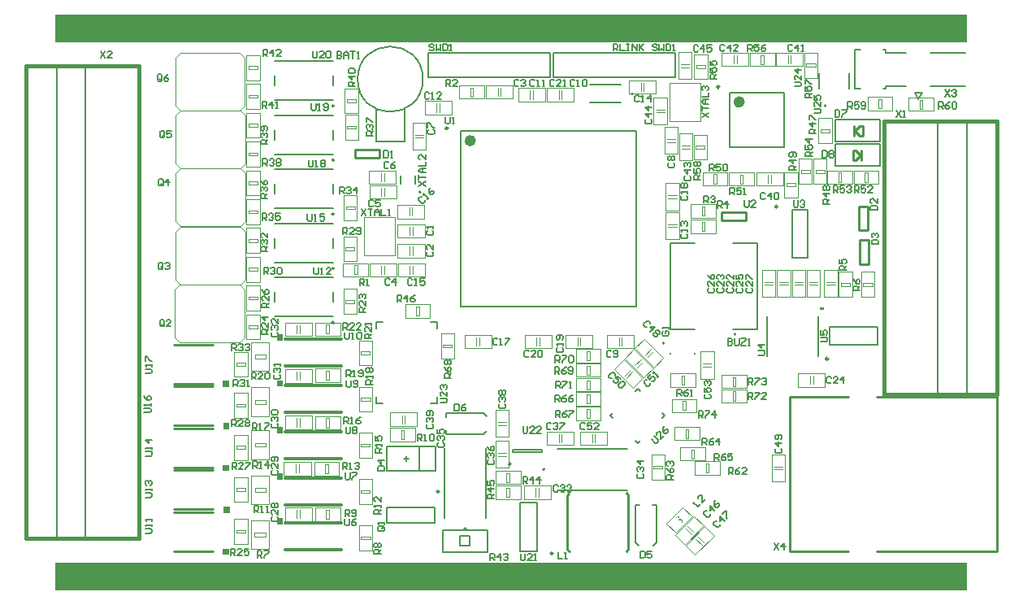
<source format=gto>
G04*
G04 #@! TF.GenerationSoftware,Altium Limited,Altium Designer,22.10.1 (41)*
G04*
G04 Layer_Color=65535*
%FSLAX25Y25*%
%MOIN*%
G70*
G04*
G04 #@! TF.SameCoordinates,228258D3-266C-4D4F-9196-BF2F79CCE343*
G04*
G04*
G04 #@! TF.FilePolarity,Positive*
G04*
G01*
G75*
%ADD10C,0.01000*%
%ADD11C,0.00787*%
%ADD12C,0.00394*%
%ADD13C,0.00984*%
%ADD14C,0.02362*%
%ADD15C,0.01575*%
%ADD16C,0.00500*%
%ADD17C,0.00591*%
%ADD18C,0.00600*%
%ADD19C,0.00200*%
%ADD20C,0.01181*%
%ADD21C,0.00709*%
%ADD22R,3.74016X0.11811*%
G36*
X71358Y-219124D02*
X68858D01*
Y-221624D01*
X71358D01*
Y-219124D01*
D02*
G37*
G36*
X71624Y-201831D02*
X69124D01*
Y-204331D01*
X71624D01*
Y-201831D01*
D02*
G37*
G36*
X71398Y-184774D02*
X68898D01*
Y-187274D01*
X71398D01*
Y-184774D01*
D02*
G37*
G36*
X71496Y-167549D02*
X68996D01*
Y-170049D01*
X71496D01*
Y-167549D01*
D02*
G37*
G36*
X71329Y-150256D02*
X68829D01*
Y-152756D01*
X71329D01*
Y-150256D01*
D02*
G37*
G36*
X315319Y-121057D02*
X313819D01*
Y-120057D01*
X315319D01*
Y-121057D01*
D02*
G37*
G36*
X93504Y-133642D02*
X91004D01*
Y-131142D01*
X93504D01*
Y-133642D01*
D02*
G37*
G36*
Y-152539D02*
X91004D01*
Y-150039D01*
X93504D01*
Y-152539D01*
D02*
G37*
G36*
Y-171713D02*
X91004D01*
Y-169213D01*
X93504D01*
Y-171713D01*
D02*
G37*
G36*
Y-190728D02*
X91004D01*
Y-188228D01*
X93504D01*
Y-190728D01*
D02*
G37*
G36*
Y-209114D02*
X91004D01*
Y-206614D01*
X93504D01*
Y-209114D01*
D02*
G37*
D10*
X114255Y-81890D02*
G03*
X114255Y-81890I-278J0D01*
G01*
Y-104085D02*
G03*
X114255Y-104085I-278J0D01*
G01*
Y-126279D02*
G03*
X114255Y-126279I-278J0D01*
G01*
Y-59695D02*
G03*
X114255Y-59695I-278J0D01*
G01*
Y-37500D02*
G03*
X114255Y-37500I-278J0D01*
G01*
X301319Y-220079D02*
X325256D01*
X337027D02*
X386555D01*
X301319Y-156694D02*
X325256D01*
X337027D02*
X386555D01*
X301319Y-220079D02*
Y-156694D01*
X386555Y-220079D02*
Y-156694D01*
X331331Y-49638D02*
Y-45638D01*
X330150Y-49638D02*
X331331D01*
X328150Y-47638D02*
X330150Y-49638D01*
X328150Y-47638D02*
X330150Y-45638D01*
X331331D01*
X327756Y-49638D02*
Y-45669D01*
X210827Y-196457D02*
X210827D01*
X210039Y-197244D02*
X210827Y-196457D01*
X210039Y-219094D02*
Y-197244D01*
Y-219390D02*
Y-219094D01*
Y-219390D02*
X210925Y-220276D01*
X234350Y-196260D02*
X235236Y-197146D01*
Y-197441D02*
Y-197146D01*
Y-219291D02*
Y-197441D01*
X234449Y-220079D02*
X235236Y-219291D01*
X234449Y-220079D02*
X234449D01*
X327331Y-59677D02*
Y-55677D01*
X328512D01*
X330512Y-57677D01*
X328512Y-59677D02*
X330512Y-57677D01*
X327331Y-59677D02*
X328512D01*
X330906Y-59646D02*
Y-55677D01*
X123209Y-58957D02*
Y-55413D01*
X133051D01*
Y-58957D02*
Y-55413D01*
X123209Y-58957D02*
X133051D01*
X330118Y-92500D02*
X333661D01*
Y-102342D02*
Y-92500D01*
X330118Y-102342D02*
X333661D01*
X330118D02*
Y-92500D01*
X273524Y-84547D02*
Y-81004D01*
X283366D01*
Y-84547D02*
Y-81004D01*
X273524Y-84547D02*
X283366D01*
X329878Y-78632D02*
X333421D01*
Y-88474D02*
Y-78632D01*
X329878Y-88474D02*
X333421D01*
X329878D02*
Y-78632D01*
X48669Y-204087D02*
X64669D01*
X48669Y-220087D02*
X64669D01*
X48669Y-135386D02*
X64669D01*
X48669Y-151386D02*
X64669D01*
X48669Y-152561D02*
X64669D01*
X48669Y-168561D02*
X64669D01*
X48669Y-169736D02*
X64669D01*
X48669Y-185736D02*
X64669D01*
X48669Y-186911D02*
X64669D01*
X48669Y-202911D02*
X64669D01*
D11*
X250000Y-134843D02*
G03*
X250000Y-134843I-394J0D01*
G01*
X168602Y-210965D02*
G03*
X168602Y-210965I-394J0D01*
G01*
X200866Y-186516D02*
G03*
X200866Y-186516I-394J0D01*
G01*
X316358Y-37421D02*
G03*
X316358Y-37421I-394J0D01*
G01*
X150886Y-26575D02*
G03*
X150886Y-26575I-13386J0D01*
G01*
X279331Y-131102D02*
G03*
X279331Y-131102I-394J0D01*
G01*
X237106Y-32579D02*
G03*
X237106Y-32579I-394J0D01*
G01*
X150066Y-72809D02*
G03*
X150066Y-72809I-394J0D01*
G01*
X114165Y-73555D02*
Y-69555D01*
X90165Y-73555D02*
Y-69555D01*
Y-79555D02*
X114165D01*
X90165Y-63555D02*
X114165D01*
X254252Y-25768D02*
Y-15768D01*
X204252Y-25768D02*
X254252D01*
X204252Y-15768D02*
X254252D01*
X204252Y-25768D02*
Y-15768D01*
X153012Y-25768D02*
Y-15768D01*
X203012D01*
X153012Y-25768D02*
X203012D01*
Y-15768D01*
X373917Y-99803D02*
Y-43898D01*
Y-155905D02*
Y-99803D01*
X362106D02*
Y-43898D01*
Y-155905D02*
Y-99803D01*
X131693Y-159350D02*
Y-156732D01*
Y-128898D02*
Y-126279D01*
X156890Y-159350D02*
Y-156732D01*
Y-128898D02*
Y-126279D01*
X131693Y-159350D02*
X134429D01*
X154154D02*
X156890D01*
X131693Y-126279D02*
X134429D01*
X154154D02*
X156890D01*
X131595Y-52165D02*
Y-38780D01*
Y-52165D02*
X143405D01*
Y-38780D01*
X276673Y-54429D02*
Y-31988D01*
X299114Y-54429D02*
Y-31988D01*
X276673D02*
X299114D01*
X276673Y-54429D02*
X299114D01*
X331331Y-49638D02*
Y-45638D01*
X338484Y-52165D02*
Y-43110D01*
X320177Y-52165D02*
Y-43110D01*
X338484D01*
X320177Y-52165D02*
X338484D01*
X327331Y-59677D02*
Y-55677D01*
X320177Y-62205D02*
Y-53150D01*
X338484Y-62205D02*
Y-53150D01*
X320177Y-62205D02*
X338484D01*
X320177Y-53150D02*
X338484D01*
X302362Y-99705D02*
X308661D01*
X302362Y-80020D02*
X308661D01*
Y-99705D02*
Y-80020D01*
X302362Y-99705D02*
Y-80020D01*
X166339Y-119882D02*
Y-47835D01*
X238386Y-119882D02*
Y-47835D01*
X166339D02*
X238386D01*
X166339Y-119882D02*
X238386D01*
X166209Y-217945D02*
Y-213945D01*
Y-217945D02*
X170209D01*
Y-213945D01*
X166209D02*
X170209D01*
X159055Y-220472D02*
Y-211417D01*
X177362Y-220472D02*
Y-211417D01*
X159055Y-220472D02*
X177362D01*
X159055Y-211417D02*
X177362D01*
X114165Y-95750D02*
Y-91750D01*
X90165Y-95750D02*
Y-91750D01*
Y-101750D02*
X114165D01*
X90165Y-85750D02*
X114165D01*
X317618Y-135335D02*
X337303D01*
X317618Y-128248D02*
X337303D01*
X317618Y-135335D02*
Y-128248D01*
X337303Y-135335D02*
Y-128248D01*
X187697Y-179626D02*
Y-178445D01*
X199902Y-179626D02*
Y-178445D01*
X187697Y-179626D02*
X199902D01*
X187697Y-178445D02*
X199902D01*
X197835Y-219980D02*
Y-200295D01*
X190748Y-219980D02*
Y-200295D01*
Y-219980D02*
X197835D01*
X190748Y-200295D02*
X197835D01*
X90165Y-107945D02*
X114165D01*
X90165Y-123945D02*
X114165D01*
X90165Y-117945D02*
Y-113945D01*
X114165Y-117945D02*
Y-113945D01*
X136182Y-208358D02*
Y-202058D01*
X155867Y-208358D02*
Y-202058D01*
X136182Y-208358D02*
X155867D01*
X136182Y-202058D02*
X155867D01*
X136063Y-177284D02*
X156063D01*
Y-187284D02*
Y-177284D01*
X136063Y-187284D02*
X156063D01*
X149311D02*
Y-177284D01*
X143063Y-182283D02*
X145063D01*
X144063Y-183283D02*
Y-181283D01*
X136063Y-187284D02*
Y-177284D01*
X591Y-215354D02*
Y-159449D01*
Y-21260D01*
X12402Y-215354D02*
Y-159449D01*
Y-21260D01*
X175798Y-163386D02*
X176999Y-164837D01*
X175798Y-172244D02*
X177031Y-170755D01*
X160531Y-172244D02*
Y-170472D01*
Y-172244D02*
X175798D01*
X160531Y-163386D02*
X175798D01*
X160531Y-165157D02*
Y-163386D01*
X90165Y-41360D02*
X114165D01*
X90165Y-57360D02*
X114165D01*
X90165Y-51360D02*
Y-47360D01*
X114165Y-51360D02*
Y-47360D01*
X90165Y-19165D02*
X114165D01*
X90165Y-35165D02*
X114165D01*
X90165Y-29165D02*
Y-25165D01*
X114165Y-29165D02*
Y-25165D01*
X245399Y-217747D02*
X246850Y-216546D01*
X237992Y-216546D02*
X239481Y-217779D01*
X237992Y-201279D02*
X239764D01*
X237992Y-216546D02*
Y-201279D01*
X246850Y-216546D02*
Y-201279D01*
X245079D02*
X246850D01*
D12*
X250323Y-160433D02*
G03*
X250323Y-160433I-197J0D01*
G01*
X256196Y-206973D02*
G03*
X254873Y-206152I-758J255D01*
G01*
X257135Y-208415D02*
G03*
X256004Y-207283I-566J566D01*
G01*
X157087Y-124705D02*
G03*
X157087Y-124705I-197J0D01*
G01*
X81954Y-141154D02*
Y-139554D01*
Y-141154D02*
X86353D01*
Y-139554D01*
X81954D02*
X86353D01*
X80413Y-146260D02*
X87894D01*
Y-134449D01*
X80413Y-146260D02*
Y-134449D01*
X87894D01*
X81954Y-159658D02*
Y-158058D01*
Y-159658D02*
X86353D01*
Y-158058D01*
X81954D02*
X86353D01*
X80413Y-164764D02*
X87894D01*
Y-152953D01*
X80413Y-164764D02*
Y-152953D01*
X87894D01*
X81954Y-177276D02*
Y-175676D01*
Y-177276D02*
X86353D01*
Y-175676D01*
X81954D02*
X86353D01*
X80413Y-182382D02*
X87894D01*
Y-170571D01*
X80413Y-182382D02*
Y-170571D01*
X87894D01*
X86353Y-195780D02*
Y-194180D01*
X81954D02*
X86353D01*
X81954Y-195780D02*
Y-194180D01*
Y-195780D02*
X86353D01*
X80413Y-189075D02*
X87894D01*
X80413Y-200886D02*
Y-189075D01*
X87894Y-200886D02*
Y-189075D01*
X80413Y-200886D02*
X87894D01*
X86255Y-214087D02*
Y-212487D01*
X81855D02*
X86255D01*
X81855Y-214087D02*
Y-212487D01*
Y-214087D02*
X86255D01*
X80315Y-207382D02*
X87795D01*
X80315Y-219193D02*
Y-207382D01*
X87795Y-219193D02*
Y-207382D01*
X80315Y-219193D02*
X87795D01*
X78543Y-86024D02*
X84055D01*
Y-75787D01*
X78543D02*
X84055D01*
X78543Y-86024D02*
Y-75787D01*
X79499Y-81506D02*
Y-80305D01*
X83199D01*
Y-81506D02*
Y-80305D01*
X79499Y-81506D02*
X83199D01*
X143602Y-124409D02*
Y-118898D01*
Y-124409D02*
X153839D01*
Y-118898D01*
X143602D02*
X153839D01*
X148120Y-119853D02*
X149320D01*
Y-123554D02*
Y-119853D01*
X148120Y-123554D02*
X149320D01*
X148120D02*
Y-119853D01*
X140650Y-107579D02*
Y-102067D01*
Y-107579D02*
X151673D01*
Y-102067D01*
X140650D02*
X151673D01*
X146761Y-106523D02*
Y-103123D01*
X145561Y-106523D02*
Y-103123D01*
X293996Y-180512D02*
X299508D01*
X293996Y-191535D02*
Y-180512D01*
Y-191535D02*
X299508D01*
Y-180512D01*
X295052Y-186624D02*
X298452D01*
X295052Y-185424D02*
X298452D01*
X277943Y-158298D02*
Y-154598D01*
Y-158298D02*
X279143D01*
Y-154598D01*
X277943D02*
X279143D01*
X273425Y-153642D02*
X283661D01*
Y-159153D02*
Y-153642D01*
X273425Y-159153D02*
X283661D01*
X273425D02*
Y-153642D01*
X277943Y-152392D02*
Y-148692D01*
Y-152392D02*
X279143D01*
Y-148692D01*
X277943D02*
X279143D01*
X273425Y-147736D02*
X283661D01*
Y-153248D02*
Y-147736D01*
X273425Y-153248D02*
X283661D01*
X273425D02*
Y-147736D01*
X258179Y-151800D02*
Y-148100D01*
X256979D02*
X258179D01*
X256979Y-151800D02*
Y-148100D01*
Y-151800D02*
X258179D01*
X252461Y-152756D02*
X262697D01*
X252461D02*
Y-147244D01*
X262697D01*
Y-152756D02*
Y-147244D01*
X258671Y-162233D02*
Y-158533D01*
X257471D02*
X258671D01*
X257471Y-162233D02*
Y-158533D01*
Y-162233D02*
X258671D01*
X252953Y-163189D02*
X263189D01*
X252953D02*
Y-157677D01*
X263189D01*
Y-163189D02*
Y-157677D01*
X254134Y-174606D02*
Y-169095D01*
Y-174606D02*
X264370D01*
Y-169095D01*
X254134D02*
X264370D01*
X258652Y-170050D02*
X259852D01*
Y-173750D02*
Y-170050D01*
X258652Y-173750D02*
X259852D01*
X258652D02*
Y-170050D01*
X256398Y-182874D02*
Y-177362D01*
Y-182874D02*
X266634D01*
Y-177362D01*
X256398D02*
X266634D01*
X260916Y-178318D02*
X262116D01*
Y-182018D02*
Y-178318D01*
X260916Y-182018D02*
X262116D01*
X260916D02*
Y-178318D01*
X267018Y-187924D02*
Y-184224D01*
Y-187924D02*
X268218D01*
Y-184224D01*
X267018D02*
X268218D01*
X262500Y-183268D02*
X272736D01*
Y-188779D02*
Y-183268D01*
X262500Y-188779D02*
X272736D01*
X262500D02*
Y-183268D01*
X265820Y-143199D02*
X269220D01*
X265820Y-144399D02*
X269220D01*
X270276Y-149311D02*
Y-138287D01*
X264764Y-149311D02*
X270276D01*
X264764D02*
Y-138287D01*
X270276D01*
X245650Y-144724D02*
X249547Y-140827D01*
X241752Y-133032D02*
X249547Y-140827D01*
X237855Y-136929D02*
X241752Y-133032D01*
X237855Y-136929D02*
X245650Y-144724D01*
X242074Y-139656D02*
X244479Y-137252D01*
X242923Y-140504D02*
X245327Y-138100D01*
X233622Y-141162D02*
X237520Y-137264D01*
X233622Y-141162D02*
X241417Y-148956D01*
X245315Y-145059D01*
X237520Y-137264D02*
X245315Y-145059D01*
X238691Y-144737D02*
X241095Y-142332D01*
X237842Y-143888D02*
X240246Y-141484D01*
X229390Y-145394D02*
X233288Y-141496D01*
X229390Y-145394D02*
X237185Y-153189D01*
X241082Y-149291D01*
X233288Y-141496D02*
X241082Y-149291D01*
X234458Y-148969D02*
X236863Y-146565D01*
X233610Y-148120D02*
X236014Y-145716D01*
X218101Y-141861D02*
Y-138161D01*
Y-141861D02*
X219301D01*
Y-138161D01*
X218101D02*
X219301D01*
X213583Y-137205D02*
X223819D01*
Y-142717D02*
Y-137205D01*
X213583Y-142717D02*
X223819D01*
X213583D02*
Y-137205D01*
X218101Y-147766D02*
Y-144066D01*
Y-147766D02*
X219301D01*
Y-144066D01*
X218101D02*
X219301D01*
X213583Y-143110D02*
X223819D01*
Y-148622D02*
Y-143110D01*
X213583Y-148622D02*
X223819D01*
X213583D02*
Y-143110D01*
X218101Y-153672D02*
Y-149972D01*
Y-153672D02*
X219301D01*
Y-149972D01*
X218101D02*
X219301D01*
X213583Y-149016D02*
X223819D01*
Y-154528D02*
Y-149016D01*
X213583Y-154528D02*
X223819D01*
X213583D02*
Y-149016D01*
X218101Y-159577D02*
Y-155877D01*
Y-159577D02*
X219301D01*
Y-155877D01*
X218101D02*
X219301D01*
X213583Y-154921D02*
X223819D01*
Y-160433D02*
Y-154921D01*
X213583Y-160433D02*
X223819D01*
X213583D02*
Y-154921D01*
X218101Y-165483D02*
Y-161783D01*
Y-165483D02*
X219301D01*
Y-161783D01*
X218101D02*
X219301D01*
X213583Y-160827D02*
X223819D01*
Y-166339D02*
Y-160827D01*
X213583Y-166339D02*
X223819D01*
X213583D02*
Y-160827D01*
X215453Y-176476D02*
Y-170965D01*
Y-176476D02*
X226476D01*
Y-170965D01*
X215453D02*
X226476D01*
X221565Y-175420D02*
Y-172020D01*
X220365Y-175420D02*
Y-172020D01*
X244587Y-180512D02*
X250098D01*
X244587Y-190748D02*
Y-180512D01*
Y-190748D02*
X250098D01*
Y-180512D01*
X249143Y-186230D02*
Y-185030D01*
X245443Y-186230D02*
X249143D01*
X245443D02*
Y-185030D01*
X249143D01*
X254390Y-213464D02*
X258288Y-217362D01*
X266082Y-209567D01*
X262185Y-205670D02*
X266082Y-209567D01*
X254390Y-213464D02*
X262185Y-205670D01*
X259458Y-209889D02*
X261863Y-212294D01*
X258610Y-210738D02*
X261014Y-213142D01*
X258622Y-217697D02*
X262520Y-221594D01*
X270315Y-213799D01*
X266417Y-209902D02*
X270315Y-213799D01*
X258622Y-217697D02*
X266417Y-209902D01*
X263691Y-214122D02*
X266095Y-216526D01*
X262842Y-214970D02*
X265246Y-217374D01*
X257396Y-201994D02*
X261293Y-205891D01*
X250715Y-208675D02*
X257396Y-201994D01*
X254612Y-212573D02*
X261293Y-205891D01*
X250715Y-208675D02*
X254612Y-212573D01*
X159124Y-135325D02*
X162824D01*
X159124Y-136525D02*
Y-135325D01*
Y-136525D02*
X162824D01*
Y-135325D01*
X163779Y-141043D02*
Y-130807D01*
X158268Y-141043D02*
X163779D01*
X158268D02*
Y-130807D01*
X163779D01*
X207785Y-175420D02*
Y-172020D01*
X206585Y-175420D02*
Y-172020D01*
X201673Y-176476D02*
X212697D01*
X201673D02*
Y-170965D01*
X212697D01*
Y-176476D02*
Y-170965D01*
X292510Y-69220D02*
Y-65820D01*
X293710Y-69220D02*
Y-65820D01*
X287598Y-64764D02*
X298622D01*
Y-70276D02*
Y-64764D01*
X287598Y-70276D02*
X298622D01*
X287598D02*
Y-64764D01*
X250492Y-81102D02*
X256004D01*
X250492Y-92126D02*
Y-81102D01*
Y-92126D02*
X256004D01*
Y-81102D01*
X251548Y-87214D02*
X254948D01*
X251548Y-86014D02*
X254948D01*
X167913Y-136811D02*
Y-131299D01*
Y-136811D02*
X178937D01*
Y-131299D01*
X167913D02*
X178937D01*
X174025Y-135755D02*
Y-132355D01*
X172825Y-135755D02*
Y-132355D01*
X331565Y-110128D02*
X335265D01*
X331565Y-111328D02*
Y-110128D01*
Y-111328D02*
X335265D01*
Y-110128D01*
X336221Y-115847D02*
Y-105610D01*
X330709Y-115847D02*
X336221D01*
X330709D02*
Y-105610D01*
X336221D01*
X300070Y-70482D02*
X303770D01*
Y-69282D01*
X300070D02*
X303770D01*
X300070Y-70482D02*
Y-69282D01*
X299114Y-75000D02*
Y-64764D01*
X304626D01*
Y-75000D02*
Y-64764D01*
X299114Y-75000D02*
X304626D01*
X280995Y-69420D02*
Y-65720D01*
Y-69420D02*
X282194D01*
Y-65720D01*
X280995D02*
X282194D01*
X276476Y-64764D02*
X286713D01*
Y-70276D02*
Y-64764D01*
X276476Y-70276D02*
X286713D01*
X276476D02*
Y-64764D01*
X271368Y-69320D02*
Y-65620D01*
X270168D02*
X271368D01*
X270168Y-69320D02*
Y-65620D01*
Y-69320D02*
X271368D01*
X265650Y-70276D02*
X275886D01*
X265650D02*
Y-64764D01*
X275886D01*
Y-70276D02*
Y-64764D01*
X255610Y-15551D02*
X261122D01*
X255610Y-26575D02*
Y-15551D01*
Y-26575D02*
X261122D01*
Y-15551D01*
X256666Y-21663D02*
X260066D01*
X256666Y-20463D02*
X260066D01*
X245571Y-34154D02*
X251083D01*
X245571Y-45177D02*
Y-34154D01*
Y-45177D02*
X251083D01*
Y-34154D01*
X246627Y-40265D02*
X250027D01*
X246627Y-39065D02*
X250027D01*
X251548Y-75403D02*
X254948D01*
X251548Y-74203D02*
X254948D01*
X250492Y-80315D02*
Y-69291D01*
X256004D01*
Y-80315D02*
Y-69291D01*
X250492Y-80315D02*
X256004D01*
X337786Y-38514D02*
Y-34814D01*
Y-38514D02*
X338986D01*
Y-34814D01*
X337786D02*
X338986D01*
X333268Y-33858D02*
X343504D01*
Y-39370D02*
Y-33858D01*
X333268Y-39370D02*
X343504D01*
X333268D02*
Y-33858D01*
X354616Y-38711D02*
Y-35011D01*
Y-38711D02*
X355817D01*
Y-35011D01*
X354616D02*
X355817D01*
X350098Y-34055D02*
X360335D01*
Y-39567D02*
Y-34055D01*
X350098Y-39567D02*
X360335D01*
X350098D02*
Y-34055D01*
X309735Y-151602D02*
Y-148202D01*
X310935Y-151602D02*
Y-148202D01*
X304823Y-147146D02*
X315846D01*
Y-152657D02*
Y-147146D01*
X304823Y-152657D02*
X315846D01*
X304823D02*
Y-147146D01*
X308268Y-104823D02*
X313779D01*
X308268Y-115847D02*
Y-104823D01*
Y-115847D02*
X313779D01*
Y-104823D01*
X309324Y-110935D02*
X312724D01*
X309324Y-109735D02*
X312724D01*
X302264Y-104823D02*
X307776D01*
X302264Y-115847D02*
Y-104823D01*
Y-115847D02*
X307776D01*
Y-104823D01*
X303320Y-110935D02*
X306720D01*
X303320Y-109735D02*
X306720D01*
X296161Y-104823D02*
X301673D01*
X296161Y-115847D02*
Y-104823D01*
Y-115847D02*
X301673D01*
Y-104823D01*
X297217Y-110935D02*
X300617D01*
X297217Y-109735D02*
X300617D01*
X289961Y-104823D02*
X295472D01*
X289961Y-115847D02*
Y-104823D01*
Y-115847D02*
X295472D01*
Y-104823D01*
X291017Y-110935D02*
X294416D01*
X291017Y-109735D02*
X294416D01*
X289558Y-20404D02*
Y-16704D01*
Y-20404D02*
X290757D01*
Y-16704D01*
X289558D02*
X290757D01*
X285039Y-15748D02*
X295276D01*
Y-21260D02*
Y-15748D01*
X285039Y-21260D02*
X295276D01*
X285039D02*
Y-15748D01*
X262765Y-53829D02*
X266465D01*
X262765Y-55029D02*
Y-53829D01*
Y-55029D02*
X266465D01*
Y-53829D01*
X267421Y-59547D02*
Y-49311D01*
X261909Y-59547D02*
X267421D01*
X261909D02*
Y-49311D01*
X267421D01*
X307283Y-25984D02*
X312795D01*
Y-15748D01*
X307283D02*
X312795D01*
X307283Y-25984D02*
Y-15748D01*
X308239Y-21466D02*
Y-20266D01*
X311939D01*
Y-21466D02*
Y-20266D01*
X308239Y-21466D02*
X311939D01*
X263161Y-22057D02*
X266861D01*
Y-20857D01*
X263161D02*
X266861D01*
X263161Y-22057D02*
Y-20857D01*
X262205Y-26575D02*
Y-16339D01*
X267717D01*
Y-26575D02*
Y-16339D01*
X262205Y-26575D02*
X267717D01*
X305020Y-69488D02*
X310531D01*
Y-59252D01*
X305020D02*
X310531D01*
X305020Y-69488D02*
Y-59252D01*
X305976Y-64970D02*
Y-63770D01*
X309676D01*
Y-64970D02*
Y-63770D01*
X305976Y-64970D02*
X309676D01*
X311024Y-69488D02*
X316535D01*
Y-59252D01*
X311024D02*
X316535D01*
X311024Y-69488D02*
Y-59252D01*
X311980Y-64970D02*
Y-63770D01*
X315680D01*
Y-64970D02*
Y-63770D01*
X311980Y-64970D02*
X315680D01*
X313189Y-52854D02*
X318701D01*
Y-42618D01*
X313189D02*
X318701D01*
X313189Y-52854D02*
Y-42618D01*
X314145Y-48336D02*
Y-47136D01*
X317845D01*
Y-48336D02*
Y-47136D01*
X314145Y-48336D02*
X317845D01*
X256004Y-59941D02*
X261516D01*
Y-48917D01*
X256004D02*
X261516D01*
X256004Y-59941D02*
Y-48917D01*
X257060Y-53829D02*
X260460D01*
X257060Y-55029D02*
X260460D01*
X284547Y-21260D02*
Y-15748D01*
X273524D02*
X284547D01*
X273524Y-21260D02*
Y-15748D01*
Y-21260D02*
X284547D01*
X278435Y-20204D02*
Y-16804D01*
X279635Y-20204D02*
Y-16804D01*
X295768Y-21260D02*
Y-15748D01*
Y-21260D02*
X306791D01*
Y-15748D01*
X295768D02*
X306791D01*
X301880Y-20204D02*
Y-16804D01*
X300679Y-20204D02*
Y-16804D01*
X321349Y-68632D02*
Y-64932D01*
Y-68632D02*
X322549D01*
Y-64932D01*
X321349D02*
X322549D01*
X316831Y-63976D02*
X327067D01*
Y-69488D02*
Y-63976D01*
X316831Y-69488D02*
X327067D01*
X316831D02*
Y-63976D01*
X327658Y-69488D02*
Y-63976D01*
Y-69488D02*
X337894D01*
Y-63976D01*
X327658D02*
X337894D01*
X332176Y-64932D02*
X333376D01*
Y-68632D02*
Y-64932D01*
X332176Y-68632D02*
X333376D01*
X332176D02*
Y-64932D01*
X250000Y-46260D02*
X255512D01*
X250000Y-57284D02*
Y-46260D01*
Y-57284D02*
X255512D01*
Y-46260D01*
X251056Y-52372D02*
X254456D01*
X251056Y-51172D02*
X254456D01*
X246457Y-32480D02*
Y-26969D01*
X235433D02*
X246457D01*
X235433Y-32480D02*
Y-26969D01*
Y-32480D02*
X246457D01*
X240345Y-31424D02*
Y-28024D01*
X241545Y-31424D02*
Y-28024D01*
X186427Y-197765D02*
Y-194065D01*
X185227D02*
X186427D01*
X185227Y-197765D02*
Y-194065D01*
Y-197765D02*
X186427D01*
X180709Y-198721D02*
X190945D01*
X180709D02*
Y-193209D01*
X190945D01*
Y-198721D02*
Y-193209D01*
X165847Y-34547D02*
Y-29035D01*
Y-34547D02*
X176083D01*
Y-29035D01*
X165847D02*
X176083D01*
X170365Y-29991D02*
X171565D01*
Y-33691D02*
Y-29991D01*
X170365Y-33691D02*
X171565D01*
X170365D02*
Y-29991D01*
X146653Y-44390D02*
X152165D01*
X146653Y-55413D02*
Y-44390D01*
Y-55413D02*
X152165D01*
Y-44390D01*
X147709Y-50502D02*
X151109D01*
X147709Y-49302D02*
X151109D01*
X133750Y-68432D02*
Y-65032D01*
X134950Y-68432D02*
Y-65032D01*
X128839Y-63976D02*
X139862D01*
Y-69488D02*
Y-63976D01*
X128839Y-69488D02*
X139862D01*
X128839D02*
Y-63976D01*
X133849Y-74436D02*
Y-71036D01*
X135049Y-74436D02*
Y-71036D01*
X128937Y-69980D02*
X139961D01*
Y-75492D02*
Y-69980D01*
X128937Y-75492D02*
X139961D01*
X128937D02*
Y-69980D01*
X151575Y-41043D02*
Y-35531D01*
Y-41043D02*
X162598D01*
Y-35531D01*
X151575D02*
X162598D01*
X157687Y-39987D02*
Y-36587D01*
X156487Y-39987D02*
Y-36587D01*
X316509Y-109735D02*
X319909D01*
X316509Y-110935D02*
X319909D01*
X320965Y-115847D02*
Y-104823D01*
X315453Y-115847D02*
X320965D01*
X315453D02*
Y-104823D01*
X320965D01*
X271063Y-83465D02*
Y-77953D01*
X260827D02*
X271063D01*
X260827Y-83465D02*
Y-77953D01*
Y-83465D02*
X271063D01*
X265345Y-82509D02*
X266545D01*
X265345D02*
Y-78809D01*
X266545D01*
Y-82509D02*
Y-78809D01*
X260827Y-89665D02*
Y-84153D01*
Y-89665D02*
X271063D01*
Y-84153D01*
X260827D02*
X271063D01*
X265345Y-85110D02*
X266545D01*
Y-88810D02*
Y-85110D01*
X265345Y-88810D02*
X266545D01*
X265345D02*
Y-85110D01*
X321457Y-115847D02*
X326969D01*
Y-105610D01*
X321457D02*
X326969D01*
X321457Y-115847D02*
Y-105610D01*
X322413Y-111328D02*
Y-110128D01*
X326113D01*
Y-111328D02*
Y-110128D01*
X322413Y-111328D02*
X326113D01*
X180709Y-185925D02*
X186221D01*
Y-174902D01*
X180709D02*
X186221D01*
X180709Y-185925D02*
Y-174902D01*
X181765Y-179813D02*
X185165D01*
X181765Y-181013D02*
X185165D01*
X180709Y-162205D02*
X186221D01*
X180709Y-173228D02*
Y-162205D01*
Y-173228D02*
X186221D01*
Y-162205D01*
X181765Y-168316D02*
X185165D01*
X181765Y-167116D02*
X185165D01*
X60138Y-39547D02*
X75886D01*
X77854Y-37579D01*
Y-17894D01*
X77854D02*
X77854D01*
X75886Y-15925D02*
X77854Y-17894D01*
X51279Y-15925D02*
X75886D01*
X49311Y-17894D02*
X51279Y-15925D01*
X49311Y-37579D02*
Y-17894D01*
Y-37579D02*
X51279Y-39547D01*
X60138D01*
X51378Y-63189D02*
X60236D01*
X49409Y-61221D02*
X51378Y-63189D01*
X49409Y-61221D02*
Y-41535D01*
X51378Y-39567D01*
X75984D01*
X77953Y-41535D01*
X77953D01*
Y-61221D02*
Y-41535D01*
X75984Y-63189D02*
X77953Y-61221D01*
X60236Y-63189D02*
X75984D01*
X60236Y-86811D02*
X75984D01*
X77953Y-84842D01*
Y-65158D01*
X77953D02*
X77953D01*
X75984Y-63189D02*
X77953Y-65158D01*
X51378Y-63189D02*
X75984D01*
X49409Y-65158D02*
X51378Y-63189D01*
X49409Y-84842D02*
Y-65158D01*
Y-84842D02*
X51378Y-86811D01*
X60236D01*
X51378Y-110630D02*
X60236D01*
X49409Y-108661D02*
X51378Y-110630D01*
X49409Y-108661D02*
Y-88976D01*
X51378Y-87008D01*
X75984D01*
X77953Y-88976D01*
X77953D01*
Y-108661D02*
Y-88976D01*
X75984Y-110630D02*
X77953Y-108661D01*
X60236Y-110630D02*
X75984D01*
X60039Y-134449D02*
X75787D01*
X77756Y-132480D01*
Y-112795D01*
X77756D02*
X77756D01*
X75787Y-110827D02*
X77756Y-112795D01*
X51181Y-110827D02*
X75787D01*
X49213Y-112795D02*
X51181Y-110827D01*
X49213Y-132480D02*
Y-112795D01*
Y-132480D02*
X51181Y-134449D01*
X60039D01*
X145463Y-90529D02*
Y-87129D01*
X146663Y-90529D02*
Y-87129D01*
X140551Y-86073D02*
X151575D01*
Y-91585D02*
Y-86073D01*
X140551Y-91585D02*
X151575D01*
X140551D02*
Y-86073D01*
X79499Y-22450D02*
X83199D01*
Y-21250D01*
X79499D02*
X83199D01*
X79499Y-22450D02*
Y-21250D01*
X78543Y-26969D02*
Y-16732D01*
X84055D01*
Y-26969D02*
Y-16732D01*
X78543Y-26969D02*
X84055D01*
X79499Y-34262D02*
X83199D01*
Y-33062D01*
X79499D02*
X83199D01*
X79499Y-34262D02*
Y-33062D01*
X78543Y-38780D02*
Y-28543D01*
X84055D01*
Y-38780D02*
Y-28543D01*
X78543Y-38780D02*
X84055D01*
X79499Y-46073D02*
X83199D01*
Y-44872D01*
X79499D02*
X83199D01*
X79499Y-46073D02*
Y-44872D01*
X78543Y-50591D02*
Y-40354D01*
X84055D01*
Y-50591D02*
Y-40354D01*
X78543Y-50591D02*
X84055D01*
X79499Y-57884D02*
X83199D01*
Y-56683D01*
X79499D02*
X83199D01*
X79499Y-57884D02*
Y-56683D01*
X78543Y-62402D02*
Y-52165D01*
X84055D01*
Y-62402D02*
Y-52165D01*
X78543Y-62402D02*
X84055D01*
X74381Y-212608D02*
X78081D01*
Y-211408D01*
X74381D02*
X78081D01*
X74381Y-212608D02*
Y-211408D01*
X73425Y-217126D02*
Y-206890D01*
X78937D01*
Y-217126D02*
Y-206890D01*
X73425Y-217126D02*
X78937D01*
X74381Y-195384D02*
X78081D01*
Y-194184D01*
X74381D02*
X78081D01*
X74381Y-195384D02*
Y-194184D01*
X73425Y-199902D02*
Y-189665D01*
X78937D01*
Y-199902D02*
Y-189665D01*
X73425Y-199902D02*
X78937D01*
X112017Y-188021D02*
Y-184320D01*
X110817D02*
X112017D01*
X110817Y-188021D02*
Y-184320D01*
Y-188021D02*
X112017D01*
X106299Y-188976D02*
X116535D01*
X106299D02*
Y-183465D01*
X116535D01*
Y-188976D02*
Y-183465D01*
X100403Y-206621D02*
Y-203221D01*
X99203Y-206621D02*
Y-203221D01*
X94291Y-207677D02*
X105315D01*
X94291D02*
Y-202165D01*
X105315D01*
Y-207677D02*
Y-202165D01*
X145266Y-82605D02*
Y-79206D01*
X146466Y-82605D02*
Y-79206D01*
X140354Y-78150D02*
X151378D01*
Y-83661D02*
Y-78150D01*
X140354Y-83661D02*
X151378D01*
X140354D02*
Y-78150D01*
X145463Y-98649D02*
Y-95249D01*
X146663Y-98649D02*
Y-95249D01*
X140551Y-94193D02*
X151575D01*
Y-99705D02*
Y-94193D01*
X140551Y-99705D02*
X151575D01*
X140551D02*
Y-94193D01*
X123927Y-106623D02*
Y-102923D01*
X122727D02*
X123927D01*
X122727Y-106623D02*
Y-102923D01*
Y-106623D02*
X123927D01*
X118209Y-107579D02*
X128445D01*
X118209D02*
Y-102067D01*
X128445D01*
Y-107579D02*
Y-102067D01*
X133849Y-106523D02*
Y-103123D01*
X135049Y-106523D02*
Y-103123D01*
X128937Y-102067D02*
X139961D01*
Y-107579D02*
Y-102067D01*
X128937Y-107579D02*
X139961D01*
X128937D02*
Y-102067D01*
X119163Y-95561D02*
X122863D01*
X119163Y-96761D02*
Y-95561D01*
Y-96761D02*
X122863D01*
Y-95561D01*
X123819Y-101279D02*
Y-91043D01*
X118307Y-101279D02*
X123819D01*
X118307D02*
Y-91043D01*
X123819D01*
X119163Y-117116D02*
X122863D01*
X119163Y-118316D02*
Y-117116D01*
Y-118316D02*
X122863D01*
Y-117116D01*
X123819Y-122835D02*
Y-112598D01*
X118307Y-122835D02*
X123819D01*
X118307D02*
Y-112598D01*
X123819D01*
X112411Y-130934D02*
Y-127234D01*
X111211D02*
X112411D01*
X111211Y-130934D02*
Y-127234D01*
Y-130934D02*
X112411D01*
X106693Y-131890D02*
X116929D01*
X106693D02*
Y-126378D01*
X116929D01*
Y-131890D02*
Y-126378D01*
X125462Y-138180D02*
X129162D01*
X125462Y-139380D02*
Y-138180D01*
Y-139380D02*
X129162D01*
Y-138180D01*
X130118Y-143898D02*
Y-133661D01*
X124606Y-143898D02*
X130118D01*
X124606D02*
Y-133661D01*
X130118D01*
X100403Y-130834D02*
Y-127434D01*
X99203Y-130834D02*
Y-127434D01*
X94291Y-131890D02*
X105315D01*
X94291D02*
Y-126378D01*
X105315D01*
Y-131890D02*
Y-126378D01*
X79499Y-69695D02*
X83199D01*
Y-68494D01*
X79499D02*
X83199D01*
X79499Y-69695D02*
Y-68494D01*
X78543Y-74213D02*
Y-63976D01*
X84055D01*
Y-74213D02*
Y-63976D01*
X78543Y-74213D02*
X84055D01*
X79499Y-93317D02*
X83199D01*
Y-92117D01*
X79499D02*
X83199D01*
X79499Y-93317D02*
Y-92117D01*
X78543Y-97835D02*
Y-87599D01*
X84055D01*
Y-97835D02*
Y-87599D01*
X78543Y-97835D02*
X84055D01*
X79499Y-105128D02*
X83199D01*
Y-103928D01*
X79499D02*
X83199D01*
X79499Y-105128D02*
Y-103928D01*
X78543Y-109646D02*
Y-99410D01*
X84055D01*
Y-109646D02*
Y-99410D01*
X78543Y-109646D02*
X84055D01*
X79499Y-116939D02*
X83199D01*
Y-115739D01*
X79499D02*
X83199D01*
X79499Y-116939D02*
Y-115739D01*
X78543Y-121457D02*
Y-111221D01*
X84055D01*
Y-121457D02*
Y-111221D01*
X78543Y-121457D02*
X84055D01*
X79499Y-128750D02*
X83199D01*
Y-127550D01*
X79499D02*
X83199D01*
X79499Y-128750D02*
Y-127550D01*
X78543Y-133268D02*
Y-123031D01*
X84055D01*
Y-133268D02*
Y-123031D01*
X78543Y-133268D02*
X84055D01*
X74381Y-144104D02*
X78081D01*
Y-142904D01*
X74381D02*
X78081D01*
X74381Y-144104D02*
Y-142904D01*
X73425Y-148622D02*
Y-138386D01*
X78937D01*
Y-148622D02*
Y-138386D01*
X73425Y-148622D02*
X78937D01*
X74381Y-160935D02*
X78081D01*
Y-159735D01*
X74381D02*
X78081D01*
X74381Y-160935D02*
Y-159735D01*
X73425Y-165453D02*
Y-155217D01*
X78937D01*
Y-165453D02*
Y-155217D01*
X73425Y-165453D02*
X78937D01*
X74381Y-178159D02*
X78081D01*
Y-176959D01*
X74381D02*
X78081D01*
X74381Y-178159D02*
Y-176959D01*
X73425Y-182677D02*
Y-172441D01*
X78937D01*
Y-182677D02*
Y-172441D01*
X73425Y-182677D02*
X78937D01*
X112411Y-206721D02*
Y-203021D01*
X111211D02*
X112411D01*
X111211Y-206721D02*
Y-203021D01*
Y-206721D02*
X112411D01*
X106693Y-207677D02*
X116929D01*
X106693D02*
Y-202165D01*
X116929D01*
Y-207677D02*
Y-202165D01*
X125462Y-176073D02*
X129162D01*
X125462Y-177273D02*
Y-176073D01*
Y-177273D02*
X129162D01*
Y-176073D01*
X130118Y-181791D02*
Y-171555D01*
X124606Y-181791D02*
X130118D01*
X124606D02*
Y-171555D01*
X130118D01*
X125462Y-195020D02*
X129162D01*
X125462Y-196220D02*
Y-195020D01*
Y-196220D02*
X129162D01*
Y-195020D01*
X130118Y-200738D02*
Y-190502D01*
X124606Y-200738D02*
X130118D01*
X124606D02*
Y-190502D01*
X130118D01*
X125562Y-215167D02*
X129262D01*
Y-213967D01*
X125562D02*
X129262D01*
X125562Y-215167D02*
Y-213967D01*
X124606Y-219685D02*
Y-209449D01*
X130118D01*
Y-219685D02*
Y-209449D01*
X124606Y-219685D02*
X130118D01*
X142313Y-167743D02*
Y-164343D01*
X143513Y-167743D02*
Y-164343D01*
X137402Y-163287D02*
X148425D01*
Y-168799D02*
Y-163287D01*
X137402Y-168799D02*
X148425D01*
X137402D02*
Y-163287D01*
X197530Y-135755D02*
Y-132355D01*
X198730Y-135755D02*
Y-132355D01*
X192618Y-131299D02*
X203642D01*
Y-136811D02*
Y-131299D01*
X192618Y-136811D02*
X203642D01*
X192618D02*
Y-131299D01*
X214262Y-135755D02*
Y-132355D01*
X215462Y-135755D02*
Y-132355D01*
X209350Y-131299D02*
X220374D01*
Y-136811D02*
Y-131299D01*
X209350Y-136811D02*
X220374D01*
X209350D02*
Y-131299D01*
X231290Y-135755D02*
Y-132355D01*
X232490Y-135755D02*
Y-132355D01*
X226378Y-131299D02*
X237402D01*
Y-136811D02*
Y-131299D01*
X226378Y-136811D02*
X237402D01*
X226378D02*
Y-131299D01*
X206683Y-34672D02*
Y-31272D01*
X207884Y-34672D02*
Y-31272D01*
X201772Y-30217D02*
X212795D01*
Y-35728D02*
Y-30217D01*
X201772Y-35728D02*
X212795D01*
X201772D02*
Y-30217D01*
X196072Y-34672D02*
Y-31272D01*
X194872Y-34672D02*
Y-31272D01*
X189961Y-35728D02*
X200984D01*
X189961D02*
Y-30217D01*
X200984D01*
Y-35728D02*
Y-30217D01*
X182785Y-33491D02*
Y-30091D01*
X181585Y-33491D02*
Y-30091D01*
X176673Y-34547D02*
X187697D01*
X176673D02*
Y-29035D01*
X187697D01*
Y-34547D02*
Y-29035D01*
X197235Y-197665D02*
Y-194265D01*
X198435Y-197665D02*
Y-194265D01*
X192323Y-193209D02*
X203346D01*
Y-198721D02*
Y-193209D01*
X192323Y-198721D02*
X203346D01*
X192323D02*
Y-193209D01*
X186427Y-191662D02*
Y-187962D01*
X185227D02*
X186427D01*
X185227Y-191662D02*
Y-187962D01*
Y-191662D02*
X186427D01*
X180709Y-192618D02*
X190945D01*
X180709D02*
Y-187106D01*
X190945D01*
Y-192618D02*
Y-187106D01*
X141920Y-174144D02*
Y-170444D01*
Y-174144D02*
X143120D01*
Y-170444D01*
X141920D02*
X143120D01*
X137402Y-169488D02*
X147638D01*
Y-175000D02*
Y-169488D01*
X137402Y-175000D02*
X147638D01*
X137402D02*
Y-169488D01*
X125562Y-158376D02*
X129262D01*
Y-157176D01*
X125562D02*
X129262D01*
X125562Y-158376D02*
Y-157176D01*
X124606Y-162894D02*
Y-152657D01*
X130118D01*
Y-162894D02*
Y-152657D01*
X124606Y-162894D02*
X130118D01*
X119263Y-79931D02*
X122963D01*
Y-78731D01*
X119263D02*
X122963D01*
X119263Y-79931D02*
Y-78731D01*
X118307Y-84449D02*
Y-74213D01*
X123819D01*
Y-84449D02*
Y-74213D01*
X118307Y-84449D02*
X123819D01*
X119852Y-45758D02*
X123552D01*
X119852Y-46958D02*
Y-45758D01*
Y-46958D02*
X123552D01*
Y-45758D01*
X124508Y-51476D02*
Y-41240D01*
X118996Y-51476D02*
X124508D01*
X118996D02*
Y-41240D01*
X124508D01*
X119853Y-36033D02*
X123554D01*
Y-34833D01*
X119853D02*
X123554D01*
X119853Y-36033D02*
Y-34833D01*
X118898Y-40551D02*
Y-30315D01*
X124409D01*
Y-40551D02*
Y-30315D01*
X118898Y-40551D02*
X124409D01*
X100010Y-187920D02*
Y-184520D01*
X98809Y-187920D02*
Y-184520D01*
X93898Y-188976D02*
X104921D01*
X93898D02*
Y-183465D01*
X104921D01*
Y-188976D02*
Y-183465D01*
X112411Y-169320D02*
Y-165620D01*
X111211D02*
X112411D01*
X111211Y-169320D02*
Y-165620D01*
Y-169320D02*
X112411D01*
X106693Y-170276D02*
X116929D01*
X106693D02*
Y-164764D01*
X116929D01*
Y-170276D02*
Y-164764D01*
X100403Y-169023D02*
Y-165623D01*
X99203Y-169023D02*
Y-165623D01*
X94291Y-170079D02*
X105315D01*
X94291D02*
Y-164567D01*
X105315D01*
Y-170079D02*
Y-164567D01*
X112411Y-149831D02*
Y-146132D01*
X111211D02*
X112411D01*
X111211Y-149831D02*
Y-146132D01*
Y-149831D02*
X112411D01*
X106693Y-150787D02*
X116929D01*
X106693D02*
Y-145276D01*
X116929D01*
Y-150787D02*
Y-145276D01*
X100403Y-149928D02*
Y-146528D01*
X99203Y-149928D02*
Y-146528D01*
X94291Y-150984D02*
X105315D01*
X94291D02*
Y-145472D01*
X105315D01*
Y-150984D02*
Y-145472D01*
D13*
X272539Y-29724D02*
G03*
X272539Y-29724I-492J0D01*
G01*
X296358Y-78819D02*
G03*
X296358Y-78819I-492J0D01*
G01*
X161122Y-46654D02*
G03*
X161122Y-46654I-492J0D01*
G01*
X317106Y-141240D02*
G03*
X317106Y-141240I-492J0D01*
G01*
X186909Y-184252D02*
G03*
X186909Y-184252I-394J0D01*
G01*
X204232Y-220984D02*
G03*
X204232Y-220984I-492J0D01*
G01*
X157560Y-195562D02*
G03*
X157560Y-195562I-492J0D01*
G01*
D14*
X281791Y-35925D02*
G03*
X281791Y-35925I-1181J0D01*
G01*
X171457Y-51772D02*
G03*
X171457Y-51772I-1181J0D01*
G01*
D15*
X340059Y-155905D02*
Y-43701D01*
Y-155905D02*
X386319D01*
X340059Y-43701D02*
X386319D01*
Y-155905D02*
Y-43701D01*
X34449Y-214961D02*
Y-21260D01*
X-11811D02*
X34449D01*
X-11811Y-214961D02*
X34449D01*
X-11811D02*
Y-21260D01*
D16*
X252559Y-139291D02*
Y-138661D01*
X262402Y-139291D02*
Y-138661D01*
X249138Y-163593D02*
X250112Y-164567D01*
X238976Y-153431D02*
X239951Y-154406D01*
X238002Y-174728D02*
X238976Y-175703D01*
X227841Y-164567D02*
X228815Y-165541D01*
X249138D02*
X250112Y-164567D01*
X238002Y-154406D02*
X238976Y-153431D01*
Y-175703D02*
X239951Y-174728D01*
X227841Y-164567D02*
X228815Y-163593D01*
X176673Y-206398D02*
Y-177657D01*
X159744Y-206398D02*
Y-177657D01*
X206102Y-178051D02*
X234842D01*
X206102Y-194980D02*
X234842D01*
X325847Y-30561D02*
Y-24163D01*
X313524Y-30561D02*
Y-24163D01*
X278228Y-129134D02*
X287992D01*
Y-93701D01*
X278228D02*
X287992D01*
X252559D02*
X262323D01*
X252559Y-129134D02*
Y-93701D01*
Y-129134D02*
X262323D01*
X219390Y-28898D02*
X231988D01*
X219390Y-36260D02*
X231988D01*
X141732Y-69410D02*
Y-66024D01*
X147638Y-69410D02*
Y-66024D01*
D17*
X328051Y-14547D02*
X330512D01*
X328051Y-30531D02*
Y-14547D01*
Y-30531D02*
X330512D01*
X339764Y-14547D02*
X340669D01*
Y-15728D02*
Y-14547D01*
Y-15728D02*
X349114D01*
X340669Y-29350D02*
X349114D01*
X340669Y-30531D02*
Y-29350D01*
X339764Y-30531D02*
X340669D01*
X359154Y-29350D02*
X373524D01*
X359154Y-15728D02*
X373524D01*
X352658Y-31988D02*
X355807D01*
X352658D02*
X354232Y-34744D01*
X355807Y-31988D01*
D18*
X313208Y-140036D02*
Y-123712D01*
X292108Y-140036D02*
Y-123712D01*
D19*
X252066Y-43725D02*
Y-28125D01*
X264666Y-43725D02*
Y-28125D01*
X252066Y-43725D02*
X264666D01*
X252066Y-28125D02*
X264666D01*
X126673Y-98843D02*
X139273D01*
X126673Y-83243D02*
X139273D01*
X126673Y-98843D02*
Y-83243D01*
X139273Y-98843D02*
Y-83243D01*
D20*
X94504Y-219614D02*
X117504D01*
X94504Y-208614D02*
X117504D01*
X94504Y-144142D02*
X117504D01*
X94504Y-133142D02*
X117504D01*
X94504Y-201228D02*
X117504D01*
X94504Y-190228D02*
X117504D01*
X94504Y-182213D02*
X117504D01*
X94504Y-171213D02*
X117504D01*
X94504Y-163039D02*
X117504D01*
X94504Y-152039D02*
X117504D01*
D21*
X103937Y-59745D02*
Y-62041D01*
X104396Y-62500D01*
X105315D01*
X105774Y-62041D01*
Y-59745D01*
X106692Y-62500D02*
X107610D01*
X107151D01*
Y-59745D01*
X106692Y-60204D01*
X108988D02*
X109447Y-59745D01*
X110365D01*
X110825Y-60204D01*
Y-60663D01*
X110365Y-61123D01*
X110825Y-61582D01*
Y-62041D01*
X110365Y-62500D01*
X109447D01*
X108988Y-62041D01*
Y-61582D01*
X109447Y-61123D01*
X108988Y-60663D01*
Y-60204D01*
X109447Y-61123D02*
X110365D01*
X295047Y-216733D02*
X296883Y-219488D01*
Y-216733D02*
X295047Y-219488D01*
X299179D02*
Y-216733D01*
X297802Y-218110D01*
X299638D01*
X162499Y-149094D02*
X159745D01*
Y-147717D01*
X160204Y-147258D01*
X161122D01*
X161581Y-147717D01*
Y-149094D01*
Y-148176D02*
X162499Y-147258D01*
X159745Y-144503D02*
X160204Y-145421D01*
X161122Y-146339D01*
X162040D01*
X162499Y-145880D01*
Y-144962D01*
X162040Y-144503D01*
X161581D01*
X161122Y-144962D01*
Y-146339D01*
X160204Y-143585D02*
X159745Y-143125D01*
Y-142207D01*
X160204Y-141748D01*
X160663D01*
X161122Y-142207D01*
X161581Y-141748D01*
X162040D01*
X162499Y-142207D01*
Y-143125D01*
X162040Y-143585D01*
X161581D01*
X161122Y-143125D01*
X160663Y-143585D01*
X160204D01*
X161122Y-143125D02*
Y-142207D01*
X266700Y-155722D02*
X266241Y-156182D01*
Y-157100D01*
X266700Y-157559D01*
X268536D01*
X268996Y-157100D01*
Y-156182D01*
X268536Y-155722D01*
X266241Y-152967D02*
Y-154804D01*
X267618D01*
X267159Y-153886D01*
Y-153427D01*
X267618Y-152967D01*
X268536D01*
X268996Y-153427D01*
Y-154345D01*
X268536Y-154804D01*
X266700Y-152049D02*
X266241Y-151590D01*
Y-150672D01*
X266700Y-150212D01*
X267159D01*
X267618Y-150672D01*
Y-151131D01*
Y-150672D01*
X268077Y-150212D01*
X268536D01*
X268996Y-150672D01*
Y-151590D01*
X268536Y-152049D01*
X206319Y-220473D02*
Y-223228D01*
X208156D01*
X209074D02*
X209992D01*
X209533D01*
Y-220473D01*
X209074Y-220932D01*
X345098Y-39469D02*
X346935Y-42224D01*
Y-39469D02*
X345098Y-42224D01*
X347853D02*
X348772D01*
X348313D01*
Y-39469D01*
X347853Y-39928D01*
X244606Y-174017D02*
X246229Y-175640D01*
X246879D01*
X247528Y-174991D01*
Y-174342D01*
X245904Y-172718D01*
X249801D02*
X248502Y-174017D01*
Y-171420D01*
X248177Y-171095D01*
X247528D01*
X246879Y-171744D01*
Y-172394D01*
X249801Y-168822D02*
X249476Y-169796D01*
Y-171095D01*
X250125Y-171744D01*
X250775D01*
X251424Y-171095D01*
Y-170446D01*
X251099Y-170121D01*
X250450D01*
X249476Y-171095D01*
X263922Y-165371D02*
Y-162616D01*
X265300D01*
X265759Y-163075D01*
Y-163994D01*
X265300Y-164453D01*
X263922D01*
X264841D02*
X265759Y-165371D01*
X266677Y-162616D02*
X268514D01*
Y-163075D01*
X266677Y-164912D01*
Y-165371D01*
X270810D02*
Y-162616D01*
X269432Y-163994D01*
X271269D01*
X284370Y-151870D02*
Y-149115D01*
X285748D01*
X286207Y-149574D01*
Y-150492D01*
X285748Y-150951D01*
X284370D01*
X285288D02*
X286207Y-151870D01*
X287125Y-149115D02*
X288962D01*
Y-149574D01*
X287125Y-151410D01*
Y-151870D01*
X289880Y-149574D02*
X290339Y-149115D01*
X291258D01*
X291717Y-149574D01*
Y-150033D01*
X291258Y-150492D01*
X290798D01*
X291258D01*
X291717Y-150951D01*
Y-151410D01*
X291258Y-151870D01*
X290339D01*
X289880Y-151410D01*
X284370Y-157775D02*
Y-155020D01*
X285748D01*
X286207Y-155479D01*
Y-156398D01*
X285748Y-156857D01*
X284370D01*
X285288D02*
X286207Y-157775D01*
X287125Y-155020D02*
X288962D01*
Y-155479D01*
X287125Y-157316D01*
Y-157775D01*
X291717D02*
X289880D01*
X291717Y-155938D01*
Y-155479D01*
X291258Y-155020D01*
X290339D01*
X289880Y-155479D01*
X205433Y-153149D02*
Y-150394D01*
X206811D01*
X207270Y-150853D01*
Y-151772D01*
X206811Y-152231D01*
X205433D01*
X206351D02*
X207270Y-153149D01*
X208188Y-150394D02*
X210025D01*
Y-150853D01*
X208188Y-152690D01*
Y-153149D01*
X210943D02*
X211861D01*
X211402D01*
Y-150394D01*
X210943Y-150853D01*
X205236Y-142716D02*
Y-139961D01*
X206614D01*
X207073Y-140420D01*
Y-141339D01*
X206614Y-141798D01*
X205236D01*
X206155D02*
X207073Y-142716D01*
X207991Y-139961D02*
X209828D01*
Y-140420D01*
X207991Y-142257D01*
Y-142716D01*
X210746Y-140420D02*
X211205Y-139961D01*
X212124D01*
X212583Y-140420D01*
Y-142257D01*
X212124Y-142716D01*
X211205D01*
X210746Y-142257D01*
Y-140420D01*
X205039Y-147342D02*
Y-144587D01*
X206417D01*
X206876Y-145046D01*
Y-145965D01*
X206417Y-146424D01*
X205039D01*
X205958D02*
X206876Y-147342D01*
X209631Y-144587D02*
X208713Y-145046D01*
X207794Y-145965D01*
Y-146883D01*
X208254Y-147342D01*
X209172D01*
X209631Y-146883D01*
Y-146424D01*
X209172Y-145965D01*
X207794D01*
X210549Y-146883D02*
X211009Y-147342D01*
X211927D01*
X212386Y-146883D01*
Y-145046D01*
X211927Y-144587D01*
X211009D01*
X210549Y-145046D01*
Y-145505D01*
X211009Y-145965D01*
X212386D01*
X205335Y-165059D02*
Y-162304D01*
X206712D01*
X207171Y-162763D01*
Y-163681D01*
X206712Y-164140D01*
X205335D01*
X206253D02*
X207171Y-165059D01*
X209926Y-162304D02*
X209008Y-162763D01*
X208090Y-163681D01*
Y-164599D01*
X208549Y-165059D01*
X209467D01*
X209926Y-164599D01*
Y-164140D01*
X209467Y-163681D01*
X208090D01*
X210845Y-162304D02*
X212681D01*
Y-162763D01*
X210845Y-164599D01*
Y-165059D01*
X205138Y-158858D02*
Y-156103D01*
X206515D01*
X206975Y-156562D01*
Y-157480D01*
X206515Y-157940D01*
X205138D01*
X206056D02*
X206975Y-158858D01*
X209730Y-156103D02*
X208811Y-156562D01*
X207893Y-157480D01*
Y-158399D01*
X208352Y-158858D01*
X209270D01*
X209730Y-158399D01*
Y-157940D01*
X209270Y-157480D01*
X207893D01*
X212485Y-156103D02*
X211566Y-156562D01*
X210648Y-157480D01*
Y-158399D01*
X211107Y-158858D01*
X212025D01*
X212485Y-158399D01*
Y-157940D01*
X212025Y-157480D01*
X210648D01*
X270492Y-182775D02*
Y-180020D01*
X271870D01*
X272329Y-180479D01*
Y-181398D01*
X271870Y-181857D01*
X270492D01*
X271410D02*
X272329Y-182775D01*
X275084Y-180020D02*
X274166Y-180479D01*
X273247Y-181398D01*
Y-182316D01*
X273706Y-182775D01*
X274625D01*
X275084Y-182316D01*
Y-181857D01*
X274625Y-181398D01*
X273247D01*
X277839Y-180020D02*
X276002D01*
Y-181398D01*
X276921Y-180938D01*
X277380D01*
X277839Y-181398D01*
Y-182316D01*
X277380Y-182775D01*
X276461D01*
X276002Y-182316D01*
X265489Y-176515D02*
Y-173760D01*
X266866D01*
X267325Y-174220D01*
Y-175138D01*
X266866Y-175597D01*
X265489D01*
X266407D02*
X267325Y-176515D01*
X270080Y-173760D02*
X269162Y-174220D01*
X268244Y-175138D01*
Y-176056D01*
X268703Y-176515D01*
X269621D01*
X270080Y-176056D01*
Y-175597D01*
X269621Y-175138D01*
X268244D01*
X272376Y-176515D02*
Y-173760D01*
X270999Y-175138D01*
X272835D01*
X253641Y-190630D02*
X250886D01*
Y-189252D01*
X251345Y-188793D01*
X252264D01*
X252723Y-189252D01*
Y-190630D01*
Y-189712D02*
X253641Y-188793D01*
X250886Y-186038D02*
X251345Y-186957D01*
X252264Y-187875D01*
X253182D01*
X253641Y-187416D01*
Y-186497D01*
X253182Y-186038D01*
X252723D01*
X252264Y-186497D01*
Y-187875D01*
X251345Y-185120D02*
X250886Y-184661D01*
Y-183742D01*
X251345Y-183283D01*
X251805D01*
X252264Y-183742D01*
Y-184202D01*
Y-183742D01*
X252723Y-183283D01*
X253182D01*
X253641Y-183742D01*
Y-184661D01*
X253182Y-185120D01*
X276299Y-188582D02*
Y-185827D01*
X277677D01*
X278136Y-186286D01*
Y-187205D01*
X277677Y-187664D01*
X276299D01*
X277218D02*
X278136Y-188582D01*
X280891Y-185827D02*
X279973Y-186286D01*
X279054Y-187205D01*
Y-188123D01*
X279513Y-188582D01*
X280432D01*
X280891Y-188123D01*
Y-187664D01*
X280432Y-187205D01*
X279054D01*
X283646Y-188582D02*
X281809D01*
X283646Y-186746D01*
Y-186286D01*
X283187Y-185827D01*
X282268D01*
X281809Y-186286D01*
X255138Y-156397D02*
Y-153642D01*
X256515D01*
X256975Y-154101D01*
Y-155020D01*
X256515Y-155479D01*
X255138D01*
X256056D02*
X256975Y-156397D01*
X259730Y-153642D02*
X258811Y-154101D01*
X257893Y-155020D01*
Y-155938D01*
X258352Y-156397D01*
X259270D01*
X259730Y-155938D01*
Y-155479D01*
X259270Y-155020D01*
X257893D01*
X260648Y-156397D02*
X261566D01*
X261107D01*
Y-153642D01*
X260648Y-154101D01*
X261633Y-200001D02*
X263581Y-201949D01*
X264880Y-200651D01*
X266828Y-198703D02*
X265529Y-200001D01*
Y-197404D01*
X265205Y-197079D01*
X264556D01*
X263906Y-197729D01*
Y-198378D01*
X249475Y-129837D02*
X249016Y-130296D01*
Y-131214D01*
X249475Y-131673D01*
X251312D01*
X251771Y-131214D01*
Y-130296D01*
X251312Y-129837D01*
X250394D01*
Y-130755D01*
X251771Y-128918D02*
Y-128000D01*
Y-128459D01*
X249016D01*
X249475Y-128918D01*
X217407Y-167881D02*
X216948Y-167422D01*
X216030D01*
X215571Y-167881D01*
Y-169718D01*
X216030Y-170177D01*
X216948D01*
X217407Y-169718D01*
X220163Y-167422D02*
X218326D01*
Y-168799D01*
X219244Y-168340D01*
X219703D01*
X220163Y-168799D01*
Y-169718D01*
X219703Y-170177D01*
X218785D01*
X218326Y-169718D01*
X222918Y-170177D02*
X221081D01*
X222918Y-168340D01*
Y-167881D01*
X222458Y-167422D01*
X221540D01*
X221081Y-167881D01*
X242883Y-149716D02*
X242233D01*
X241584Y-150365D01*
Y-151015D01*
X242883Y-152314D01*
X243532D01*
X244181Y-151664D01*
Y-151015D01*
X244506Y-147443D02*
X243207Y-148742D01*
X244181Y-149716D01*
X244506Y-148742D01*
X244831Y-148417D01*
X245480D01*
X246130Y-149067D01*
Y-149716D01*
X245480Y-150365D01*
X244831D01*
X247104Y-148742D02*
X247753Y-148093D01*
X247428Y-148417D01*
X245480Y-146469D01*
Y-147119D01*
X229794Y-147986D02*
Y-147337D01*
X229145Y-146687D01*
X228495D01*
X227196Y-147986D01*
Y-148635D01*
X227846Y-149285D01*
X228495D01*
X232067Y-149609D02*
X230768Y-148311D01*
X229794Y-149285D01*
X230768Y-149609D01*
X231093Y-149934D01*
Y-150583D01*
X230443Y-151233D01*
X229794D01*
X229145Y-150583D01*
Y-149934D01*
X232391Y-150583D02*
X233041D01*
X233690Y-151233D01*
Y-151882D01*
X232391Y-153181D01*
X231742D01*
X231093Y-152532D01*
Y-151882D01*
X232391Y-150583D01*
X295834Y-177966D02*
X295374Y-178426D01*
Y-179344D01*
X295834Y-179803D01*
X297670D01*
X298130Y-179344D01*
Y-178426D01*
X297670Y-177966D01*
X298130Y-175671D02*
X295374D01*
X296752Y-177048D01*
Y-175212D01*
X297670Y-174293D02*
X298130Y-173834D01*
Y-172916D01*
X297670Y-172456D01*
X295834D01*
X295374Y-172916D01*
Y-173834D01*
X295834Y-174293D01*
X296293D01*
X296752Y-173834D01*
Y-172456D01*
X244083Y-126938D02*
Y-126288D01*
X243434Y-125639D01*
X242784D01*
X241486Y-126938D01*
Y-127587D01*
X242135Y-128237D01*
X242784D01*
X244083Y-130185D02*
X246031Y-128237D01*
X244083D01*
X245382Y-129535D01*
X246680D02*
X247330D01*
X247979Y-130185D01*
Y-130834D01*
X247655Y-131159D01*
X247005D01*
Y-131808D01*
X246680Y-132133D01*
X246031D01*
X245382Y-131483D01*
Y-130834D01*
X245707Y-130509D01*
X246356D01*
Y-129860D01*
X246680Y-129535D01*
X246356Y-130509D02*
X247005Y-131159D01*
X271525Y-207689D02*
X270875D01*
X270226Y-208338D01*
Y-208987D01*
X271525Y-210286D01*
X272174D01*
X272823Y-209637D01*
Y-208987D01*
X274771Y-207689D02*
X272823Y-205740D01*
Y-207689D01*
X274122Y-206390D01*
X273797Y-204767D02*
X275096Y-203468D01*
X275421Y-203792D01*
Y-206390D01*
X275745Y-206715D01*
X267292Y-203456D02*
X266643D01*
X265993Y-204106D01*
Y-204755D01*
X267292Y-206054D01*
X267942D01*
X268591Y-205404D01*
Y-204755D01*
X270539Y-203456D02*
X268591Y-201508D01*
Y-203456D01*
X269890Y-202158D01*
X270864Y-199235D02*
X270539Y-200209D01*
Y-201508D01*
X271188Y-202158D01*
X271838D01*
X272487Y-201508D01*
Y-200859D01*
X272162Y-200534D01*
X271513D01*
X270539Y-201508D01*
X365079Y-30906D02*
X366915Y-33661D01*
Y-30906D02*
X365079Y-33661D01*
X367834Y-31365D02*
X368293Y-30906D01*
X369211D01*
X369670Y-31365D01*
Y-31824D01*
X369211Y-32283D01*
X368752D01*
X369211D01*
X369670Y-32743D01*
Y-33202D01*
X369211Y-33661D01*
X368293D01*
X367834Y-33202D01*
X311319Y-40532D02*
X313615D01*
X314074Y-40072D01*
Y-39154D01*
X313615Y-38695D01*
X311319D01*
X314074Y-35940D02*
Y-37776D01*
X312238Y-35940D01*
X311778D01*
X311319Y-36399D01*
Y-37317D01*
X311778Y-37776D01*
X311319Y-33185D02*
Y-35021D01*
X312697D01*
X312238Y-34103D01*
Y-33644D01*
X312697Y-33185D01*
X313615D01*
X314074Y-33644D01*
Y-34562D01*
X313615Y-35021D01*
X362421Y-38681D02*
Y-35926D01*
X363799D01*
X364258Y-36385D01*
Y-37303D01*
X363799Y-37762D01*
X362421D01*
X363340D02*
X364258Y-38681D01*
X367013Y-35926D02*
X366095Y-36385D01*
X365176Y-37303D01*
Y-38221D01*
X365635Y-38681D01*
X366554D01*
X367013Y-38221D01*
Y-37762D01*
X366554Y-37303D01*
X365176D01*
X367931Y-36385D02*
X368390Y-35926D01*
X369309D01*
X369768Y-36385D01*
Y-38221D01*
X369309Y-38681D01*
X368390D01*
X367931Y-38221D01*
Y-36385D01*
X325217Y-38681D02*
Y-35926D01*
X326594D01*
X327053Y-36385D01*
Y-37303D01*
X326594Y-37762D01*
X325217D01*
X326135D02*
X327053Y-38681D01*
X329808Y-35926D02*
X327972D01*
Y-37303D01*
X328890Y-36844D01*
X329349D01*
X329808Y-37303D01*
Y-38221D01*
X329349Y-38681D01*
X328431D01*
X327972Y-38221D01*
X330727D02*
X331186Y-38681D01*
X332104D01*
X332563Y-38221D01*
Y-36385D01*
X332104Y-35926D01*
X331186D01*
X330727Y-36385D01*
Y-36844D01*
X331186Y-37303D01*
X332563D01*
X157311Y-175568D02*
X156851Y-176027D01*
Y-176946D01*
X157311Y-177405D01*
X159147D01*
X159607Y-176946D01*
Y-176027D01*
X159147Y-175568D01*
X157311Y-174650D02*
X156851Y-174191D01*
Y-173272D01*
X157311Y-172813D01*
X157770D01*
X158229Y-173272D01*
Y-173732D01*
Y-173272D01*
X158688Y-172813D01*
X159147D01*
X159607Y-173272D01*
Y-174191D01*
X159147Y-174650D01*
X156851Y-170058D02*
Y-171895D01*
X158229D01*
X157770Y-170976D01*
Y-170517D01*
X158229Y-170058D01*
X159147D01*
X159607Y-170517D01*
Y-171436D01*
X159147Y-171895D01*
X149213Y-70453D02*
X151968Y-68616D01*
X149213D02*
X151968Y-70453D01*
X149213Y-67698D02*
Y-65861D01*
Y-66779D01*
X151968D01*
Y-64943D02*
X150131D01*
X149213Y-64024D01*
X150131Y-63106D01*
X151968D01*
X150591D01*
Y-64943D01*
X149213Y-62188D02*
X151968D01*
Y-60351D01*
Y-57596D02*
Y-59433D01*
X150131Y-57596D01*
X149672D01*
X149213Y-58055D01*
Y-58973D01*
X149672Y-59433D01*
X134862Y-55906D02*
Y-58661D01*
X136240D01*
X136699Y-58202D01*
Y-56365D01*
X136240Y-55906D01*
X134862D01*
X137617Y-58661D02*
X138536D01*
X138076D01*
Y-55906D01*
X137617Y-56365D01*
X153314Y-47258D02*
X152855Y-47717D01*
Y-48635D01*
X153314Y-49095D01*
X155151D01*
X155610Y-48635D01*
Y-47717D01*
X155151Y-47258D01*
X152855Y-46339D02*
Y-44503D01*
X153314D01*
X155151Y-46339D01*
X155610D01*
X115684Y-15256D02*
Y-18011D01*
X117061D01*
X117521Y-17552D01*
Y-17093D01*
X117061Y-16634D01*
X115684D01*
X117061D01*
X117521Y-16175D01*
Y-15716D01*
X117061Y-15256D01*
X115684D01*
X118439Y-18011D02*
Y-16175D01*
X119357Y-15256D01*
X120276Y-16175D01*
Y-18011D01*
Y-16634D01*
X118439D01*
X121194Y-15256D02*
X123031D01*
X122112D01*
Y-18011D01*
X123949D02*
X124867D01*
X124408D01*
Y-15256D01*
X123949Y-15716D01*
X136797Y-60893D02*
X136338Y-60434D01*
X135420D01*
X134961Y-60893D01*
Y-62729D01*
X135420Y-63188D01*
X136338D01*
X136797Y-62729D01*
X139552Y-60434D02*
X138634Y-60893D01*
X137716Y-61811D01*
Y-62729D01*
X138175Y-63188D01*
X139093D01*
X139552Y-62729D01*
Y-62270D01*
X139093Y-61811D01*
X137716D01*
X130596Y-76542D02*
X130137Y-76083D01*
X129219D01*
X128760Y-76542D01*
Y-78379D01*
X129219Y-78838D01*
X130137D01*
X130596Y-78379D01*
X133352Y-76083D02*
X131515D01*
Y-77461D01*
X132433Y-77002D01*
X132892D01*
X133352Y-77461D01*
Y-78379D01*
X132892Y-78838D01*
X131974D01*
X131515Y-78379D01*
X314075Y-134134D02*
X316371D01*
X316830Y-133675D01*
Y-132756D01*
X316371Y-132297D01*
X314075D01*
Y-129542D02*
Y-131379D01*
X315453D01*
X314994Y-130461D01*
Y-130001D01*
X315453Y-129542D01*
X316371D01*
X316830Y-130001D01*
Y-130920D01*
X316371Y-131379D01*
X288386Y-139646D02*
X290682D01*
X291141Y-139187D01*
Y-138268D01*
X290682Y-137809D01*
X288386D01*
X291141Y-135513D02*
X288386D01*
X289764Y-136891D01*
Y-135054D01*
X334941Y-94272D02*
X337696D01*
Y-92894D01*
X337237Y-92435D01*
X335401D01*
X334941Y-92894D01*
Y-94272D01*
X335401Y-91517D02*
X334941Y-91057D01*
Y-90139D01*
X335401Y-89680D01*
X335860D01*
X336319Y-90139D01*
Y-90598D01*
Y-90139D01*
X336778Y-89680D01*
X337237D01*
X337696Y-90139D01*
Y-91057D01*
X337237Y-91517D01*
X283924Y-112218D02*
X283465Y-112678D01*
Y-113596D01*
X283924Y-114055D01*
X285761D01*
X286220Y-113596D01*
Y-112678D01*
X285761Y-112218D01*
X286220Y-109463D02*
Y-111300D01*
X284383Y-109463D01*
X283924D01*
X283465Y-109923D01*
Y-110841D01*
X283924Y-111300D01*
X283465Y-108545D02*
Y-106708D01*
X283924D01*
X285761Y-108545D01*
X286220D01*
X268078Y-112218D02*
X267618Y-112678D01*
Y-113596D01*
X268078Y-114055D01*
X269914D01*
X270374Y-113596D01*
Y-112678D01*
X269914Y-112218D01*
X270374Y-109463D02*
Y-111300D01*
X268537Y-109463D01*
X268078D01*
X267618Y-109923D01*
Y-110841D01*
X268078Y-111300D01*
X267618Y-106708D02*
X268078Y-107627D01*
X268996Y-108545D01*
X269914D01*
X270374Y-108086D01*
Y-107168D01*
X269914Y-106708D01*
X269455D01*
X268996Y-107168D01*
Y-108545D01*
X279889Y-112218D02*
X279430Y-112678D01*
Y-113596D01*
X279889Y-114055D01*
X281725D01*
X282185Y-113596D01*
Y-112678D01*
X281725Y-112218D01*
X282185Y-109463D02*
Y-111300D01*
X280348Y-109463D01*
X279889D01*
X279430Y-109923D01*
Y-110841D01*
X279889Y-111300D01*
X279430Y-106708D02*
Y-108545D01*
X280807D01*
X280348Y-107627D01*
Y-107168D01*
X280807Y-106708D01*
X281725D01*
X282185Y-107168D01*
Y-108086D01*
X281725Y-108545D01*
X318392Y-148983D02*
X317933Y-148524D01*
X317014D01*
X316555Y-148983D01*
Y-150820D01*
X317014Y-151279D01*
X317933D01*
X318392Y-150820D01*
X321147Y-151279D02*
X319310D01*
X321147Y-149442D01*
Y-148983D01*
X320688Y-148524D01*
X319769D01*
X319310Y-148983D01*
X323443Y-151279D02*
Y-148524D01*
X322065Y-149902D01*
X323902D01*
X272015Y-112218D02*
X271555Y-112678D01*
Y-113596D01*
X272015Y-114055D01*
X273851D01*
X274311Y-113596D01*
Y-112678D01*
X273851Y-112218D01*
X274311Y-109463D02*
Y-111300D01*
X272474Y-109463D01*
X272015D01*
X271555Y-109923D01*
Y-110841D01*
X272015Y-111300D01*
Y-108545D02*
X271555Y-108086D01*
Y-107168D01*
X272015Y-106708D01*
X272474D01*
X272933Y-107168D01*
Y-107627D01*
Y-107168D01*
X273392Y-106708D01*
X273851D01*
X274311Y-107168D01*
Y-108086D01*
X273851Y-108545D01*
X275952Y-112218D02*
X275493Y-112678D01*
Y-113596D01*
X275952Y-114055D01*
X277788D01*
X278248Y-113596D01*
Y-112678D01*
X277788Y-112218D01*
X278248Y-109463D02*
Y-111300D01*
X276411Y-109463D01*
X275952D01*
X275493Y-109923D01*
Y-110841D01*
X275952Y-111300D01*
X278248Y-106708D02*
Y-108545D01*
X276411Y-106708D01*
X275952D01*
X275493Y-107168D01*
Y-108086D01*
X275952Y-108545D01*
X182546Y-159659D02*
X182087Y-160119D01*
Y-161037D01*
X182546Y-161496D01*
X184383D01*
X184842Y-161037D01*
Y-160119D01*
X184383Y-159659D01*
X182546Y-158741D02*
X182087Y-158282D01*
Y-157364D01*
X182546Y-156904D01*
X183005D01*
X183465Y-157364D01*
Y-157823D01*
Y-157364D01*
X183924Y-156904D01*
X184383D01*
X184842Y-157364D01*
Y-158282D01*
X184383Y-158741D01*
X182546Y-155986D02*
X182087Y-155527D01*
Y-154609D01*
X182546Y-154149D01*
X183005D01*
X183465Y-154609D01*
X183924Y-154149D01*
X184383D01*
X184842Y-154609D01*
Y-155527D01*
X184383Y-155986D01*
X183924D01*
X183465Y-155527D01*
X183005Y-155986D01*
X182546D01*
X183465Y-155527D02*
Y-154609D01*
X203431Y-167881D02*
X202972Y-167422D01*
X202054D01*
X201594Y-167881D01*
Y-169718D01*
X202054Y-170177D01*
X202972D01*
X203431Y-169718D01*
X204349Y-167881D02*
X204809Y-167422D01*
X205727D01*
X206186Y-167881D01*
Y-168340D01*
X205727Y-168799D01*
X205268D01*
X205727D01*
X206186Y-169258D01*
Y-169718D01*
X205727Y-170177D01*
X204809D01*
X204349Y-169718D01*
X207104Y-167422D02*
X208941D01*
Y-167881D01*
X207104Y-169718D01*
Y-170177D01*
X177822Y-182592D02*
X177363Y-183052D01*
Y-183970D01*
X177822Y-184429D01*
X179658D01*
X180118Y-183970D01*
Y-183052D01*
X179658Y-182592D01*
X177822Y-181674D02*
X177363Y-181215D01*
Y-180297D01*
X177822Y-179837D01*
X178281D01*
X178740Y-180297D01*
Y-180756D01*
Y-180297D01*
X179199Y-179837D01*
X179658D01*
X180118Y-180297D01*
Y-181215D01*
X179658Y-181674D01*
X177363Y-177082D02*
X177822Y-178001D01*
X178740Y-178919D01*
X179658D01*
X180118Y-178460D01*
Y-177542D01*
X179658Y-177082D01*
X179199D01*
X178740Y-177542D01*
Y-178919D01*
X192047Y-168898D02*
Y-171194D01*
X192506Y-171653D01*
X193425D01*
X193884Y-171194D01*
Y-168898D01*
X196639Y-171653D02*
X194802D01*
X196639Y-169816D01*
Y-169357D01*
X196180Y-168898D01*
X195261D01*
X194802Y-169357D01*
X199394Y-171653D02*
X197557D01*
X199394Y-169816D01*
Y-169357D01*
X198935Y-168898D01*
X198017D01*
X197557Y-169357D01*
X163898Y-159745D02*
Y-162500D01*
X165275D01*
X165734Y-162040D01*
Y-160204D01*
X165275Y-159745D01*
X163898D01*
X168489D02*
X167571Y-160204D01*
X166653Y-161122D01*
Y-162040D01*
X167112Y-162500D01*
X168030D01*
X168489Y-162040D01*
Y-161581D01*
X168030Y-161122D01*
X166653D01*
X157973Y-159232D02*
X160269D01*
X160728Y-158773D01*
Y-157855D01*
X160269Y-157396D01*
X157973D01*
X160728Y-154641D02*
Y-156477D01*
X158891Y-154641D01*
X158432D01*
X157973Y-155100D01*
Y-156018D01*
X158432Y-156477D01*
Y-153722D02*
X157973Y-153263D01*
Y-152345D01*
X158432Y-151886D01*
X158891D01*
X159350Y-152345D01*
Y-152804D01*
Y-152345D01*
X159810Y-151886D01*
X160269D01*
X160728Y-152345D01*
Y-153263D01*
X160269Y-153722D01*
X18701Y-14962D02*
X20538Y-17717D01*
Y-14962D02*
X18701Y-17717D01*
X23292D02*
X21456D01*
X23292Y-15880D01*
Y-15421D01*
X22833Y-14962D01*
X21915D01*
X21456Y-15421D01*
X155400Y-12664D02*
X154940Y-12205D01*
X154022D01*
X153563Y-12664D01*
Y-13124D01*
X154022Y-13583D01*
X154940D01*
X155400Y-14042D01*
Y-14501D01*
X154940Y-14960D01*
X154022D01*
X153563Y-14501D01*
X156318Y-12205D02*
Y-14960D01*
X157236Y-14042D01*
X158155Y-14960D01*
Y-12205D01*
X159073D02*
Y-14960D01*
X160450D01*
X160910Y-14501D01*
Y-12664D01*
X160450Y-12205D01*
X159073D01*
X161828Y-14960D02*
X162746D01*
X162287D01*
Y-12205D01*
X161828Y-12664D01*
X160158Y-42028D02*
Y-44324D01*
X160617Y-44783D01*
X161535D01*
X161994Y-44324D01*
Y-42028D01*
X162912Y-44783D02*
X163831D01*
X163372D01*
Y-42028D01*
X162912Y-42487D01*
X303249Y-29606D02*
X305544D01*
X306003Y-29147D01*
Y-28229D01*
X305544Y-27770D01*
X303249D01*
X306003Y-25015D02*
Y-26851D01*
X304167Y-25015D01*
X303708D01*
X303249Y-25474D01*
Y-26392D01*
X303708Y-26851D01*
X306003Y-22719D02*
X303249D01*
X304626Y-24096D01*
Y-22260D01*
X276004Y-132875D02*
Y-135629D01*
X277381D01*
X277841Y-135170D01*
Y-134711D01*
X277381Y-134252D01*
X276004D01*
X277381D01*
X277841Y-133793D01*
Y-133334D01*
X277381Y-132875D01*
X276004D01*
X278759D02*
Y-135170D01*
X279218Y-135629D01*
X280136D01*
X280596Y-135170D01*
Y-132875D01*
X281514D02*
X283351D01*
Y-133334D01*
X281514Y-135170D01*
Y-135629D01*
X283351D01*
X284269D02*
X285187D01*
X284728D01*
Y-132875D01*
X284269Y-133334D01*
X152920Y-88596D02*
X152461Y-89056D01*
Y-89974D01*
X152920Y-90433D01*
X154757D01*
X155216Y-89974D01*
Y-89056D01*
X154757Y-88596D01*
X155216Y-87678D02*
Y-86760D01*
Y-87219D01*
X152461D01*
X152920Y-87678D01*
X152822Y-97356D02*
X152363Y-97815D01*
Y-98734D01*
X152822Y-99193D01*
X154658D01*
X155118Y-98734D01*
Y-97815D01*
X154658Y-97356D01*
X155118Y-94601D02*
Y-96438D01*
X153281Y-94601D01*
X152822D01*
X152363Y-95060D01*
Y-95979D01*
X152822Y-96438D01*
X190188Y-27152D02*
X189729Y-26693D01*
X188811D01*
X188352Y-27152D01*
Y-28989D01*
X188811Y-29448D01*
X189729D01*
X190188Y-28989D01*
X191107Y-27152D02*
X191566Y-26693D01*
X192484D01*
X192943Y-27152D01*
Y-27612D01*
X192484Y-28071D01*
X192025D01*
X192484D01*
X192943Y-28530D01*
Y-28989D01*
X192484Y-29448D01*
X191566D01*
X191107Y-28989D01*
X137289Y-108727D02*
X136830Y-108268D01*
X135912D01*
X135453Y-108727D01*
Y-110564D01*
X135912Y-111023D01*
X136830D01*
X137289Y-110564D01*
X139585Y-111023D02*
Y-108268D01*
X138208Y-109646D01*
X140044D01*
X251739Y-60840D02*
X251280Y-61300D01*
Y-62218D01*
X251739Y-62677D01*
X253576D01*
X254035Y-62218D01*
Y-61300D01*
X253576Y-60840D01*
X251739Y-59922D02*
X251280Y-59463D01*
Y-58545D01*
X251739Y-58086D01*
X252198D01*
X252658Y-58545D01*
X253117Y-58086D01*
X253576D01*
X254035Y-58545D01*
Y-59463D01*
X253576Y-59922D01*
X253117D01*
X252658Y-59463D01*
X252198Y-59922D01*
X251739D01*
X252658Y-59463D02*
Y-58545D01*
X228136Y-138156D02*
X227677Y-137697D01*
X226758D01*
X226299Y-138156D01*
Y-139993D01*
X226758Y-140452D01*
X227677D01*
X228136Y-139993D01*
X229054D02*
X229513Y-140452D01*
X230432D01*
X230891Y-139993D01*
Y-138156D01*
X230432Y-137697D01*
X229513D01*
X229054Y-138156D01*
Y-138616D01*
X229513Y-139075D01*
X230891D01*
X213077Y-27231D02*
X212618Y-26772D01*
X211699D01*
X211240Y-27231D01*
Y-29068D01*
X211699Y-29527D01*
X212618D01*
X213077Y-29068D01*
X213995Y-29527D02*
X214914D01*
X214454D01*
Y-26772D01*
X213995Y-27231D01*
X216291D02*
X216750Y-26772D01*
X217669D01*
X218128Y-27231D01*
Y-29068D01*
X217669Y-29527D01*
X216750D01*
X216291Y-29068D01*
Y-27231D01*
X196738Y-27133D02*
X196279Y-26674D01*
X195361D01*
X194902Y-27133D01*
Y-28969D01*
X195361Y-29429D01*
X196279D01*
X196738Y-28969D01*
X197657Y-29429D02*
X198575D01*
X198116D01*
Y-26674D01*
X197657Y-27133D01*
X199952Y-29429D02*
X200871D01*
X200412D01*
Y-26674D01*
X199952Y-27133D01*
X153431Y-32349D02*
X152972Y-31890D01*
X152054D01*
X151594Y-32349D01*
Y-34186D01*
X152054Y-34645D01*
X152972D01*
X153431Y-34186D01*
X154350Y-34645D02*
X155268D01*
X154809D01*
Y-31890D01*
X154350Y-32349D01*
X158482Y-34645D02*
X156645D01*
X158482Y-32809D01*
Y-32349D01*
X158023Y-31890D01*
X157105D01*
X156645Y-32349D01*
X257153Y-89974D02*
X256693Y-90434D01*
Y-91352D01*
X257153Y-91811D01*
X258989D01*
X259448Y-91352D01*
Y-90434D01*
X258989Y-89974D01*
X259448Y-89056D02*
Y-88138D01*
Y-88597D01*
X256693D01*
X257153Y-89056D01*
Y-86760D02*
X256693Y-86301D01*
Y-85383D01*
X257153Y-84923D01*
X257612D01*
X258071Y-85383D01*
Y-85842D01*
Y-85383D01*
X258530Y-84923D01*
X258989D01*
X259448Y-85383D01*
Y-86301D01*
X258989Y-86760D01*
X239652Y-33629D02*
X239193Y-33170D01*
X238274D01*
X237815Y-33629D01*
Y-35466D01*
X238274Y-35925D01*
X239193D01*
X239652Y-35466D01*
X240570Y-35925D02*
X241488D01*
X241029D01*
Y-33170D01*
X240570Y-33629D01*
X244243Y-35925D02*
Y-33170D01*
X242866Y-34547D01*
X244703D01*
X146541Y-108727D02*
X146082Y-108268D01*
X145164D01*
X144705Y-108727D01*
Y-110564D01*
X145164Y-111023D01*
X146082D01*
X146541Y-110564D01*
X147460Y-111023D02*
X148378D01*
X147919D01*
Y-108268D01*
X147460Y-108727D01*
X151592Y-108268D02*
X149756D01*
Y-109646D01*
X150674Y-109186D01*
X151133D01*
X151592Y-109646D01*
Y-110564D01*
X151133Y-111023D01*
X150215D01*
X149756Y-110564D01*
X150461Y-74913D02*
X149812D01*
X149163Y-75562D01*
Y-76212D01*
X150461Y-77510D01*
X151111D01*
X151760Y-76861D01*
Y-76212D01*
X152734Y-75887D02*
X153384Y-75238D01*
X153059Y-75562D01*
X151111Y-73614D01*
Y-74264D01*
X153708Y-71017D02*
X153384Y-71991D01*
Y-73290D01*
X154033Y-73939D01*
X154682D01*
X155332Y-73290D01*
Y-72640D01*
X155007Y-72316D01*
X154358D01*
X153384Y-73290D01*
X181482Y-133137D02*
X181023Y-132678D01*
X180105D01*
X179646Y-133137D01*
Y-134974D01*
X180105Y-135433D01*
X181023D01*
X181482Y-134974D01*
X182401Y-135433D02*
X183319D01*
X182860D01*
Y-132678D01*
X182401Y-133137D01*
X184696Y-132678D02*
X186533D01*
Y-133137D01*
X184696Y-134974D01*
Y-135433D01*
X257153Y-74325D02*
X256693Y-74784D01*
Y-75702D01*
X257153Y-76161D01*
X258989D01*
X259448Y-75702D01*
Y-74784D01*
X258989Y-74325D01*
X259448Y-73406D02*
Y-72488D01*
Y-72947D01*
X256693D01*
X257153Y-73406D01*
Y-71111D02*
X256693Y-70651D01*
Y-69733D01*
X257153Y-69274D01*
X257612D01*
X258071Y-69733D01*
X258530Y-69274D01*
X258989D01*
X259448Y-69733D01*
Y-70651D01*
X258989Y-71111D01*
X258530D01*
X258071Y-70651D01*
X257612Y-71111D01*
X257153D01*
X258071Y-70651D02*
Y-69733D01*
X206070Y-136628D02*
X205611Y-137087D01*
Y-138005D01*
X206070Y-138465D01*
X207907D01*
X208366Y-138005D01*
Y-137087D01*
X207907Y-136628D01*
X208366Y-135710D02*
Y-134791D01*
Y-135250D01*
X205611D01*
X206070Y-135710D01*
X207907Y-133414D02*
X208366Y-132955D01*
Y-132036D01*
X207907Y-131577D01*
X206070D01*
X205611Y-132036D01*
Y-132955D01*
X206070Y-133414D01*
X206529D01*
X206988Y-132955D01*
Y-131577D01*
X194376Y-138255D02*
X193917Y-137796D01*
X192999D01*
X192539Y-138255D01*
Y-140092D01*
X192999Y-140551D01*
X193917D01*
X194376Y-140092D01*
X197131Y-140551D02*
X195294D01*
X197131Y-138714D01*
Y-138255D01*
X196672Y-137796D01*
X195754D01*
X195294Y-138255D01*
X198049D02*
X198509Y-137796D01*
X199427D01*
X199886Y-138255D01*
Y-140092D01*
X199427Y-140551D01*
X198509D01*
X198049Y-140092D01*
Y-138255D01*
X204809Y-27231D02*
X204350Y-26772D01*
X203432D01*
X202972Y-27231D01*
Y-29068D01*
X203432Y-29527D01*
X204350D01*
X204809Y-29068D01*
X207564Y-29527D02*
X205728D01*
X207564Y-27690D01*
Y-27231D01*
X207105Y-26772D01*
X206187D01*
X205728Y-27231D01*
X208483Y-29527D02*
X209401D01*
X208942D01*
Y-26772D01*
X208483Y-27231D01*
X89141Y-205919D02*
X88682Y-206378D01*
Y-207297D01*
X89141Y-207756D01*
X90977D01*
X91437Y-207297D01*
Y-206378D01*
X90977Y-205919D01*
X91437Y-203164D02*
Y-205001D01*
X89600Y-203164D01*
X89141D01*
X88682Y-203623D01*
Y-204542D01*
X89141Y-205001D01*
Y-202246D02*
X88682Y-201787D01*
Y-200868D01*
X89141Y-200409D01*
X89600D01*
X90059Y-200868D01*
X90518Y-200409D01*
X90977D01*
X91437Y-200868D01*
Y-201787D01*
X90977Y-202246D01*
X90518D01*
X90059Y-201787D01*
X89600Y-202246D01*
X89141D01*
X90059Y-201787D02*
Y-200868D01*
X89239Y-186923D02*
X88780Y-187382D01*
Y-188301D01*
X89239Y-188760D01*
X91076D01*
X91535Y-188301D01*
Y-187382D01*
X91076Y-186923D01*
X91535Y-184168D02*
Y-186005D01*
X89698Y-184168D01*
X89239D01*
X88780Y-184627D01*
Y-185546D01*
X89239Y-186005D01*
X91076Y-183250D02*
X91535Y-182791D01*
Y-181872D01*
X91076Y-181413D01*
X89239D01*
X88780Y-181872D01*
Y-182791D01*
X89239Y-183250D01*
X89698D01*
X90158Y-182791D01*
Y-181413D01*
X89239Y-167730D02*
X88780Y-168189D01*
Y-169108D01*
X89239Y-169567D01*
X91076D01*
X91535Y-169108D01*
Y-168189D01*
X91076Y-167730D01*
X89239Y-166812D02*
X88780Y-166353D01*
Y-165434D01*
X89239Y-164975D01*
X89698D01*
X90158Y-165434D01*
Y-165894D01*
Y-165434D01*
X90617Y-164975D01*
X91076D01*
X91535Y-165434D01*
Y-166353D01*
X91076Y-166812D01*
X89239Y-164057D02*
X88780Y-163598D01*
Y-162679D01*
X89239Y-162220D01*
X91076D01*
X91535Y-162679D01*
Y-163598D01*
X91076Y-164057D01*
X89239D01*
X90125Y-147750D02*
X89666Y-148209D01*
Y-149127D01*
X90125Y-149587D01*
X91962D01*
X92421Y-149127D01*
Y-148209D01*
X91962Y-147750D01*
X90125Y-146832D02*
X89666Y-146372D01*
Y-145454D01*
X90125Y-144995D01*
X90584D01*
X91043Y-145454D01*
Y-145913D01*
Y-145454D01*
X91502Y-144995D01*
X91962D01*
X92421Y-145454D01*
Y-146372D01*
X91962Y-146832D01*
X92421Y-144077D02*
Y-143158D01*
Y-143617D01*
X89666D01*
X90125Y-144077D01*
X89141Y-130348D02*
X88682Y-130807D01*
Y-131726D01*
X89141Y-132185D01*
X90978D01*
X91437Y-131726D01*
Y-130807D01*
X90978Y-130348D01*
X89141Y-129430D02*
X88682Y-128971D01*
Y-128052D01*
X89141Y-127593D01*
X89600D01*
X90060Y-128052D01*
Y-128512D01*
Y-128052D01*
X90519Y-127593D01*
X90978D01*
X91437Y-128052D01*
Y-128971D01*
X90978Y-129430D01*
X91437Y-124838D02*
Y-126675D01*
X89600Y-124838D01*
X89141D01*
X88682Y-125297D01*
Y-126216D01*
X89141Y-126675D01*
X206384Y-193373D02*
X205925Y-192914D01*
X205006D01*
X204547Y-193373D01*
Y-195210D01*
X205006Y-195669D01*
X205925D01*
X206384Y-195210D01*
X207302Y-193373D02*
X207761Y-192914D01*
X208680D01*
X209139Y-193373D01*
Y-193832D01*
X208680Y-194291D01*
X208221D01*
X208680D01*
X209139Y-194750D01*
Y-195210D01*
X208680Y-195669D01*
X207761D01*
X207302Y-195210D01*
X210057Y-193373D02*
X210516Y-192914D01*
X211435D01*
X211894Y-193373D01*
Y-193832D01*
X211435Y-194291D01*
X210976D01*
X211435D01*
X211894Y-194750D01*
Y-195210D01*
X211435Y-195669D01*
X210516D01*
X210057Y-195210D01*
X239239Y-188301D02*
X238780Y-188760D01*
Y-189679D01*
X239239Y-190138D01*
X241076D01*
X241535Y-189679D01*
Y-188760D01*
X241076Y-188301D01*
X239239Y-187383D02*
X238780Y-186924D01*
Y-186005D01*
X239239Y-185546D01*
X239698D01*
X240158Y-186005D01*
Y-186464D01*
Y-186005D01*
X240617Y-185546D01*
X241076D01*
X241535Y-186005D01*
Y-186924D01*
X241076Y-187383D01*
X241535Y-183250D02*
X238780D01*
X240158Y-184628D01*
Y-182791D01*
X152822Y-168124D02*
X152363Y-168583D01*
Y-169501D01*
X152822Y-169961D01*
X154658D01*
X155118Y-169501D01*
Y-168583D01*
X154658Y-168124D01*
X152822Y-167206D02*
X152363Y-166746D01*
Y-165828D01*
X152822Y-165369D01*
X153281D01*
X153740Y-165828D01*
Y-166287D01*
Y-165828D01*
X154199Y-165369D01*
X154658D01*
X155118Y-165828D01*
Y-166746D01*
X154658Y-167206D01*
Y-164451D02*
X155118Y-163991D01*
Y-163073D01*
X154658Y-162614D01*
X152822D01*
X152363Y-163073D01*
Y-163991D01*
X152822Y-164451D01*
X153281D01*
X153740Y-163991D01*
Y-162614D01*
X291325Y-73491D02*
X290866Y-73032D01*
X289947D01*
X289488Y-73491D01*
Y-75328D01*
X289947Y-75787D01*
X290866D01*
X291325Y-75328D01*
X293621Y-75787D02*
Y-73032D01*
X292243Y-74410D01*
X294080D01*
X294998Y-73491D02*
X295457Y-73032D01*
X296376D01*
X296835Y-73491D01*
Y-75328D01*
X296376Y-75787D01*
X295457D01*
X294998Y-75328D01*
Y-73491D01*
X302447Y-12763D02*
X301988Y-12304D01*
X301069D01*
X300610Y-12763D01*
Y-14599D01*
X301069Y-15059D01*
X301988D01*
X302447Y-14599D01*
X304743Y-15059D02*
Y-12304D01*
X303365Y-13681D01*
X305202D01*
X306120Y-15059D02*
X307039D01*
X306579D01*
Y-12304D01*
X306120Y-12763D01*
X274691D02*
X274232Y-12304D01*
X273313D01*
X272854Y-12763D01*
Y-14599D01*
X273313Y-15059D01*
X274232D01*
X274691Y-14599D01*
X276987Y-15059D02*
Y-12304D01*
X275609Y-13681D01*
X277446D01*
X280201Y-15059D02*
X278364D01*
X280201Y-13222D01*
Y-12763D01*
X279742Y-12304D01*
X278823D01*
X278364Y-12763D01*
X242487Y-43124D02*
X242028Y-43583D01*
Y-44502D01*
X242487Y-44961D01*
X244324D01*
X244783Y-44502D01*
Y-43583D01*
X244324Y-43124D01*
X244783Y-40828D02*
X242028D01*
X243406Y-42206D01*
Y-40369D01*
X244783Y-38073D02*
X242028D01*
X243406Y-39451D01*
Y-37614D01*
X258432Y-66254D02*
X257973Y-66713D01*
Y-67631D01*
X258432Y-68091D01*
X260269D01*
X260728Y-67631D01*
Y-66713D01*
X260269Y-66254D01*
X260728Y-63958D02*
X257973D01*
X259350Y-65336D01*
Y-63499D01*
X258432Y-62581D02*
X257973Y-62121D01*
Y-61203D01*
X258432Y-60744D01*
X258891D01*
X259350Y-61203D01*
Y-61662D01*
Y-61203D01*
X259809Y-60744D01*
X260269D01*
X260728Y-61203D01*
Y-62121D01*
X260269Y-62581D01*
X263766Y-13058D02*
X263307Y-12599D01*
X262388D01*
X261929Y-13058D01*
Y-14895D01*
X262388Y-15354D01*
X263307D01*
X263766Y-14895D01*
X266062Y-15354D02*
Y-12599D01*
X264684Y-13976D01*
X266521D01*
X269276Y-12599D02*
X267439D01*
Y-13976D01*
X268357Y-13517D01*
X268817D01*
X269276Y-13976D01*
Y-14895D01*
X268817Y-15354D01*
X267898D01*
X267439Y-14895D01*
X334548Y-80197D02*
X337303D01*
Y-78819D01*
X336843Y-78360D01*
X335007D01*
X334548Y-78819D01*
Y-80197D01*
X337303Y-75605D02*
Y-77442D01*
X335466Y-75605D01*
X335007D01*
X334548Y-76064D01*
Y-76983D01*
X335007Y-77442D01*
X132284Y-187087D02*
X135039D01*
Y-185709D01*
X134580Y-185250D01*
X132743D01*
X132284Y-185709D01*
Y-187087D01*
X135039Y-182954D02*
X132284D01*
X133661Y-184332D01*
Y-182495D01*
X240079Y-220079D02*
Y-222834D01*
X241456D01*
X241915Y-222375D01*
Y-220538D01*
X241456Y-220079D01*
X240079D01*
X244670D02*
X242834D01*
Y-221457D01*
X243752Y-220998D01*
X244211D01*
X244670Y-221457D01*
Y-222375D01*
X244211Y-222834D01*
X243293D01*
X242834Y-222375D01*
X320000Y-39272D02*
Y-42027D01*
X321377D01*
X321837Y-41568D01*
Y-39731D01*
X321377Y-39272D01*
X320000D01*
X322755D02*
X324592D01*
Y-39731D01*
X322755Y-41568D01*
Y-42027D01*
X314784Y-55906D02*
Y-58661D01*
X316161D01*
X316620Y-58202D01*
Y-56365D01*
X316161Y-55906D01*
X314784D01*
X317538Y-56365D02*
X317998Y-55906D01*
X318916D01*
X319375Y-56365D01*
Y-56824D01*
X318916Y-57284D01*
X319375Y-57743D01*
Y-58202D01*
X318916Y-58661D01*
X317998D01*
X317538Y-58202D01*
Y-57743D01*
X317998Y-57284D01*
X317538Y-56824D01*
Y-56365D01*
X317998Y-57284D02*
X318916D01*
X134580Y-209955D02*
X132743D01*
X132284Y-210414D01*
Y-211332D01*
X132743Y-211791D01*
X134580D01*
X135039Y-211332D01*
Y-210414D01*
X134121Y-210873D02*
X135039Y-209955D01*
Y-210414D02*
X134580Y-209955D01*
X135039Y-209036D02*
Y-208118D01*
Y-208577D01*
X132284D01*
X132743Y-209036D01*
X44750Y-127494D02*
Y-125657D01*
X44291Y-125198D01*
X43373D01*
X42913Y-125657D01*
Y-127494D01*
X43373Y-127953D01*
X44291D01*
X43832Y-127034D02*
X44750Y-127953D01*
X44291D02*
X44750Y-127494D01*
X47505Y-127953D02*
X45668D01*
X47505Y-126116D01*
Y-125657D01*
X47046Y-125198D01*
X46128D01*
X45668Y-125657D01*
X44159Y-104068D02*
Y-102232D01*
X43700Y-101772D01*
X42782D01*
X42323Y-102232D01*
Y-104068D01*
X42782Y-104528D01*
X43700D01*
X43241Y-103609D02*
X44159Y-104528D01*
X43700D02*
X44159Y-104068D01*
X45078Y-102232D02*
X45537Y-101772D01*
X46455D01*
X46914Y-102232D01*
Y-102691D01*
X46455Y-103150D01*
X45996D01*
X46455D01*
X46914Y-103609D01*
Y-104068D01*
X46455Y-104528D01*
X45537D01*
X45078Y-104068D01*
X44258Y-69816D02*
Y-67980D01*
X43799Y-67521D01*
X42880D01*
X42421Y-67980D01*
Y-69816D01*
X42880Y-70276D01*
X43799D01*
X43340Y-69357D02*
X44258Y-70276D01*
X43799D02*
X44258Y-69816D01*
X46554Y-70276D02*
Y-67521D01*
X45176Y-68898D01*
X47013D01*
X44848Y-50131D02*
Y-48295D01*
X44389Y-47835D01*
X43471D01*
X43012Y-48295D01*
Y-50131D01*
X43471Y-50591D01*
X44389D01*
X43930Y-49672D02*
X44848Y-50591D01*
X44389D02*
X44848Y-50131D01*
X47603Y-47835D02*
X45767D01*
Y-49213D01*
X46685Y-48754D01*
X47144D01*
X47603Y-49213D01*
Y-50131D01*
X47144Y-50591D01*
X46226D01*
X45767Y-50131D01*
X43766Y-26903D02*
Y-25066D01*
X43307Y-24607D01*
X42388D01*
X41929Y-25066D01*
Y-26903D01*
X42388Y-27362D01*
X43307D01*
X42847Y-26444D02*
X43766Y-27362D01*
X43307D02*
X43766Y-26903D01*
X46521Y-24607D02*
X45603Y-25066D01*
X44684Y-25985D01*
Y-26903D01*
X45143Y-27362D01*
X46062D01*
X46521Y-26903D01*
Y-26444D01*
X46062Y-25985D01*
X44684D01*
X124921Y-111122D02*
Y-108367D01*
X126299D01*
X126758Y-108826D01*
Y-109744D01*
X126299Y-110203D01*
X124921D01*
X125840D02*
X126758Y-111122D01*
X127676D02*
X128595D01*
X128135D01*
Y-108367D01*
X127676Y-108826D01*
X160354Y-29527D02*
Y-26772D01*
X161732D01*
X162191Y-27231D01*
Y-28150D01*
X161732Y-28609D01*
X160354D01*
X161273D02*
X162191Y-29527D01*
X164946D02*
X163109D01*
X164946Y-27690D01*
Y-27231D01*
X164487Y-26772D01*
X163568D01*
X163109Y-27231D01*
X266161Y-77263D02*
Y-74508D01*
X267539D01*
X267998Y-74967D01*
Y-75886D01*
X267539Y-76345D01*
X266161D01*
X267080D02*
X267998Y-77263D01*
X268916Y-74967D02*
X269376Y-74508D01*
X270294D01*
X270753Y-74967D01*
Y-75427D01*
X270294Y-75886D01*
X269835D01*
X270294D01*
X270753Y-76345D01*
Y-76804D01*
X270294Y-77263D01*
X269376D01*
X268916Y-76804D01*
X271772Y-79330D02*
Y-76575D01*
X273149D01*
X273608Y-77034D01*
Y-77953D01*
X273149Y-78412D01*
X271772D01*
X272690D02*
X273608Y-79330D01*
X275904D02*
Y-76575D01*
X274527Y-77953D01*
X276363D01*
X324606Y-104902D02*
X321851D01*
Y-103524D01*
X322310Y-103065D01*
X323228D01*
X323688Y-103524D01*
Y-104902D01*
Y-103983D02*
X324606Y-103065D01*
X321851Y-100310D02*
Y-102147D01*
X323228D01*
X322769Y-101228D01*
Y-100769D01*
X323228Y-100310D01*
X324147D01*
X324606Y-100769D01*
Y-101687D01*
X324147Y-102147D01*
X330224Y-113140D02*
X327469D01*
Y-111762D01*
X327929Y-111303D01*
X328847D01*
X329306Y-111762D01*
Y-113140D01*
Y-112222D02*
X330224Y-111303D01*
X327469Y-108548D02*
X327929Y-109466D01*
X328847Y-110385D01*
X329765D01*
X330224Y-109926D01*
Y-109007D01*
X329765Y-108548D01*
X329306D01*
X328847Y-109007D01*
Y-110385D01*
X82992Y-222637D02*
Y-219882D01*
X84370D01*
X84829Y-220341D01*
Y-221260D01*
X84370Y-221719D01*
X82992D01*
X83911D02*
X84829Y-222637D01*
X85747Y-219882D02*
X87584D01*
Y-220341D01*
X85747Y-222178D01*
Y-222637D01*
X133661Y-221240D02*
X130906D01*
Y-219863D01*
X131365Y-219404D01*
X132283D01*
X132743Y-219863D01*
Y-221240D01*
Y-220322D02*
X133661Y-219404D01*
X131365Y-218485D02*
X130906Y-218026D01*
Y-217108D01*
X131365Y-216649D01*
X131824D01*
X132283Y-217108D01*
X132743Y-216649D01*
X133202D01*
X133661Y-217108D01*
Y-218026D01*
X133202Y-218485D01*
X132743D01*
X132283Y-218026D01*
X131824Y-218485D01*
X131365D01*
X132283Y-218026D02*
Y-217108D01*
X118917Y-205807D02*
Y-203052D01*
X120295D01*
X120754Y-203511D01*
Y-204429D01*
X120295Y-204888D01*
X118917D01*
X119836D02*
X120754Y-205807D01*
X121672Y-205347D02*
X122132Y-205807D01*
X123050D01*
X123509Y-205347D01*
Y-203511D01*
X123050Y-203052D01*
X122132D01*
X121672Y-203511D01*
Y-203970D01*
X122132Y-204429D01*
X123509D01*
X81614Y-204232D02*
Y-201477D01*
X82992D01*
X83451Y-201936D01*
Y-202854D01*
X82992Y-203313D01*
X81614D01*
X82533D02*
X83451Y-204232D01*
X84369D02*
X85287D01*
X84828D01*
Y-201477D01*
X84369Y-201936D01*
X86665Y-204232D02*
X87583D01*
X87124D01*
Y-201477D01*
X86665Y-201936D01*
X133661Y-204803D02*
X130906D01*
Y-203426D01*
X131365Y-202966D01*
X132283D01*
X132743Y-203426D01*
Y-204803D01*
Y-203885D02*
X133661Y-202966D01*
Y-202048D02*
Y-201130D01*
Y-201589D01*
X130906D01*
X131365Y-202048D01*
X133661Y-197916D02*
Y-199752D01*
X131824Y-197916D01*
X131365D01*
X130906Y-198375D01*
Y-199293D01*
X131365Y-199752D01*
X117933Y-186417D02*
Y-183662D01*
X119311D01*
X119770Y-184121D01*
Y-185039D01*
X119311Y-185498D01*
X117933D01*
X118851D02*
X119770Y-186417D01*
X120688D02*
X121606D01*
X121147D01*
Y-183662D01*
X120688Y-184121D01*
X122984D02*
X123443Y-183662D01*
X124361D01*
X124821Y-184121D01*
Y-184580D01*
X124361Y-185039D01*
X123902D01*
X124361D01*
X124821Y-185498D01*
Y-185958D01*
X124361Y-186417D01*
X123443D01*
X122984Y-185958D01*
X148626Y-174755D02*
Y-172000D01*
X150003D01*
X150462Y-172459D01*
Y-173378D01*
X150003Y-173837D01*
X148626D01*
X149544D02*
X150462Y-174755D01*
X151381D02*
X152299D01*
X151840D01*
Y-172000D01*
X151381Y-172459D01*
X153677D02*
X154136Y-172000D01*
X155054D01*
X155513Y-172459D01*
Y-174296D01*
X155054Y-174755D01*
X154136D01*
X153677Y-174296D01*
Y-172459D01*
X81122Y-186023D02*
Y-183268D01*
X82500D01*
X82959Y-183727D01*
Y-184646D01*
X82500Y-185105D01*
X81122D01*
X82040D02*
X82959Y-186023D01*
X83877D02*
X84795D01*
X84336D01*
Y-183268D01*
X83877Y-183727D01*
X87550Y-186023D02*
Y-183268D01*
X86173Y-184646D01*
X88010D01*
X134055Y-179724D02*
X131300D01*
Y-178347D01*
X131759Y-177888D01*
X132678D01*
X133137Y-178347D01*
Y-179724D01*
Y-178806D02*
X134055Y-177888D01*
Y-176969D02*
Y-176051D01*
Y-176510D01*
X131300D01*
X131759Y-176969D01*
X131300Y-172837D02*
Y-174673D01*
X132678D01*
X132218Y-173755D01*
Y-173296D01*
X132678Y-172837D01*
X133596D01*
X134055Y-173296D01*
Y-174214D01*
X133596Y-174673D01*
X118425Y-167815D02*
Y-165059D01*
X119803D01*
X120262Y-165519D01*
Y-166437D01*
X119803Y-166896D01*
X118425D01*
X119343D02*
X120262Y-167815D01*
X121180D02*
X122099D01*
X121639D01*
Y-165059D01*
X121180Y-165519D01*
X125313Y-165059D02*
X124394Y-165519D01*
X123476Y-166437D01*
Y-167355D01*
X123935Y-167815D01*
X124854D01*
X125313Y-167355D01*
Y-166896D01*
X124854Y-166437D01*
X123476D01*
X80925Y-170374D02*
Y-167619D01*
X82303D01*
X82762Y-168078D01*
Y-168996D01*
X82303Y-169455D01*
X80925D01*
X81844D02*
X82762Y-170374D01*
X83680D02*
X84599D01*
X84139D01*
Y-167619D01*
X83680Y-168078D01*
X85976Y-167619D02*
X87813D01*
Y-168078D01*
X85976Y-169914D01*
Y-170374D01*
X130315Y-151752D02*
X127559D01*
Y-150374D01*
X128019Y-149915D01*
X128937D01*
X129396Y-150374D01*
Y-151752D01*
Y-150834D02*
X130315Y-149915D01*
Y-148997D02*
Y-148079D01*
Y-148538D01*
X127559D01*
X128019Y-148997D01*
Y-146701D02*
X127559Y-146242D01*
Y-145324D01*
X128019Y-144864D01*
X128478D01*
X128937Y-145324D01*
X129396Y-144864D01*
X129855D01*
X130315Y-145324D01*
Y-146242D01*
X129855Y-146701D01*
X129396D01*
X128937Y-146242D01*
X128478Y-146701D01*
X128019D01*
X128937Y-146242D02*
Y-145324D01*
X119409Y-148622D02*
Y-145867D01*
X120787D01*
X121246Y-146326D01*
Y-147244D01*
X120787Y-147703D01*
X119409D01*
X120328D02*
X121246Y-148622D01*
X122164D02*
X123083D01*
X122624D01*
Y-145867D01*
X122164Y-146326D01*
X124460Y-148162D02*
X124919Y-148622D01*
X125838D01*
X126297Y-148162D01*
Y-146326D01*
X125838Y-145867D01*
X124919D01*
X124460Y-146326D01*
Y-146785D01*
X124919Y-147244D01*
X126297D01*
X80630Y-149606D02*
Y-146851D01*
X82007D01*
X82467Y-147310D01*
Y-148228D01*
X82007Y-148688D01*
X80630D01*
X81548D02*
X82467Y-149606D01*
X85222D02*
X83385D01*
X85222Y-147769D01*
Y-147310D01*
X84763Y-146851D01*
X83844D01*
X83385Y-147310D01*
X86140D02*
X86599Y-146851D01*
X87517D01*
X87977Y-147310D01*
Y-149147D01*
X87517Y-149606D01*
X86599D01*
X86140Y-149147D01*
Y-147310D01*
X129822Y-132854D02*
X127067D01*
Y-131477D01*
X127526Y-131018D01*
X128445D01*
X128904Y-131477D01*
Y-132854D01*
Y-131936D02*
X129822Y-131018D01*
Y-128263D02*
Y-130099D01*
X127986Y-128263D01*
X127526D01*
X127067Y-128722D01*
Y-129640D01*
X127526Y-130099D01*
X129822Y-127344D02*
Y-126426D01*
Y-126885D01*
X127067D01*
X127526Y-127344D01*
X118130Y-129330D02*
Y-126575D01*
X119507D01*
X119967Y-127034D01*
Y-127953D01*
X119507Y-128412D01*
X118130D01*
X119048D02*
X119967Y-129330D01*
X122722D02*
X120885D01*
X122722Y-127494D01*
Y-127034D01*
X122262Y-126575D01*
X121344D01*
X120885Y-127034D01*
X125477Y-129330D02*
X123640D01*
X125477Y-127494D01*
Y-127034D01*
X125017Y-126575D01*
X124099D01*
X123640Y-127034D01*
X72067Y-221751D02*
Y-218997D01*
X73444D01*
X73904Y-219456D01*
Y-220374D01*
X73444Y-220833D01*
X72067D01*
X72985D02*
X73904Y-221751D01*
X76659D02*
X74822D01*
X76659Y-219915D01*
Y-219456D01*
X76200Y-218997D01*
X75281D01*
X74822Y-219456D01*
X79414Y-218997D02*
X77577D01*
Y-220374D01*
X78495Y-219915D01*
X78954D01*
X79414Y-220374D01*
Y-221292D01*
X78954Y-221751D01*
X78036D01*
X77577Y-221292D01*
X72595Y-186426D02*
Y-183671D01*
X73972D01*
X74432Y-184130D01*
Y-185048D01*
X73972Y-185508D01*
X72595D01*
X73513D02*
X74432Y-186426D01*
X77187D02*
X75350D01*
X77187Y-184589D01*
Y-184130D01*
X76727Y-183671D01*
X75809D01*
X75350Y-184130D01*
X78105Y-183671D02*
X79942D01*
Y-184130D01*
X78105Y-185967D01*
Y-186426D01*
X127460Y-122126D02*
X124705D01*
Y-120748D01*
X125164Y-120289D01*
X126083D01*
X126542Y-120748D01*
Y-122126D01*
Y-121208D02*
X127460Y-120289D01*
Y-117534D02*
Y-119371D01*
X125624Y-117534D01*
X125164D01*
X124705Y-117993D01*
Y-118912D01*
X125164Y-119371D01*
Y-116616D02*
X124705Y-116157D01*
Y-115238D01*
X125164Y-114779D01*
X125624D01*
X126083Y-115238D01*
Y-115698D01*
Y-115238D01*
X126542Y-114779D01*
X127001D01*
X127460Y-115238D01*
Y-116157D01*
X127001Y-116616D01*
X87500Y-131102D02*
X84745D01*
Y-129725D01*
X85204Y-129266D01*
X86123D01*
X86582Y-129725D01*
Y-131102D01*
Y-130184D02*
X87500Y-129266D01*
Y-126511D02*
Y-128347D01*
X85663Y-126511D01*
X85204D01*
X84745Y-126970D01*
Y-127888D01*
X85204Y-128347D01*
X87500Y-124215D02*
X84745D01*
X86123Y-125592D01*
Y-123756D01*
X72482Y-168959D02*
Y-166204D01*
X73859D01*
X74318Y-166663D01*
Y-167582D01*
X73859Y-168041D01*
X72482D01*
X73400D02*
X74318Y-168959D01*
X77074D02*
X75237D01*
X77074Y-167122D01*
Y-166663D01*
X76614Y-166204D01*
X75696D01*
X75237Y-166663D01*
X77992D02*
X78451Y-166204D01*
X79369D01*
X79829Y-166663D01*
Y-167122D01*
X79369Y-167582D01*
X79829Y-168041D01*
Y-168500D01*
X79369Y-168959D01*
X78451D01*
X77992Y-168500D01*
Y-168041D01*
X78451Y-167582D01*
X77992Y-167122D01*
Y-166663D01*
X78451Y-167582D02*
X79369D01*
X87598Y-120158D02*
X84843D01*
Y-118780D01*
X85302Y-118321D01*
X86221D01*
X86680Y-118780D01*
Y-120158D01*
Y-119239D02*
X87598Y-118321D01*
Y-115566D02*
Y-117403D01*
X85761Y-115566D01*
X85302D01*
X84843Y-116025D01*
Y-116943D01*
X85302Y-117403D01*
X84843Y-112811D02*
X85302Y-113729D01*
X86221Y-114647D01*
X87139D01*
X87598Y-114188D01*
Y-113270D01*
X87139Y-112811D01*
X86680D01*
X86221Y-113270D01*
Y-114647D01*
X73150Y-152559D02*
Y-149804D01*
X74527D01*
X74986Y-150263D01*
Y-151181D01*
X74527Y-151640D01*
X73150D01*
X74068D02*
X74986Y-152559D01*
X75905Y-150263D02*
X76364Y-149804D01*
X77282D01*
X77741Y-150263D01*
Y-150722D01*
X77282Y-151181D01*
X76823D01*
X77282D01*
X77741Y-151640D01*
Y-152099D01*
X77282Y-152559D01*
X76364D01*
X75905Y-152099D01*
X78660Y-152559D02*
X79578D01*
X79119D01*
Y-149804D01*
X78660Y-150263D01*
X118032Y-90255D02*
Y-87500D01*
X119409D01*
X119868Y-87960D01*
Y-88878D01*
X119409Y-89337D01*
X118032D01*
X118950D02*
X119868Y-90255D01*
X122623D02*
X120786D01*
X122623Y-88419D01*
Y-87960D01*
X122164Y-87500D01*
X121246D01*
X120786Y-87960D01*
X123541Y-89796D02*
X124001Y-90255D01*
X124919D01*
X125378Y-89796D01*
Y-87960D01*
X124919Y-87500D01*
X124001D01*
X123541Y-87960D01*
Y-88419D01*
X124001Y-88878D01*
X125378D01*
X85630Y-106496D02*
Y-103741D01*
X87007D01*
X87467Y-104200D01*
Y-105119D01*
X87007Y-105578D01*
X85630D01*
X86548D02*
X87467Y-106496D01*
X88385Y-104200D02*
X88844Y-103741D01*
X89763D01*
X90222Y-104200D01*
Y-104659D01*
X89763Y-105119D01*
X89303D01*
X89763D01*
X90222Y-105578D01*
Y-106037D01*
X89763Y-106496D01*
X88844D01*
X88385Y-106037D01*
X91140Y-104200D02*
X91599Y-103741D01*
X92518D01*
X92977Y-104200D01*
Y-106037D01*
X92518Y-106496D01*
X91599D01*
X91140Y-106037D01*
Y-104200D01*
X72461Y-137795D02*
Y-135040D01*
X73838D01*
X74297Y-135499D01*
Y-136417D01*
X73838Y-136876D01*
X72461D01*
X73379D02*
X74297Y-137795D01*
X75216Y-135499D02*
X75675Y-135040D01*
X76593D01*
X77052Y-135499D01*
Y-135958D01*
X76593Y-136417D01*
X76134D01*
X76593D01*
X77052Y-136876D01*
Y-137336D01*
X76593Y-137795D01*
X75675D01*
X75216Y-137336D01*
X77971Y-135499D02*
X78430Y-135040D01*
X79348D01*
X79807Y-135499D01*
Y-135958D01*
X79348Y-136417D01*
X78889D01*
X79348D01*
X79807Y-136876D01*
Y-137336D01*
X79348Y-137795D01*
X78430D01*
X77971Y-137336D01*
X87204Y-97028D02*
X84449D01*
Y-95650D01*
X84908Y-95191D01*
X85827D01*
X86286Y-95650D01*
Y-97028D01*
Y-96109D02*
X87204Y-95191D01*
X84908Y-94273D02*
X84449Y-93813D01*
Y-92895D01*
X84908Y-92436D01*
X85368D01*
X85827Y-92895D01*
Y-93354D01*
Y-92895D01*
X86286Y-92436D01*
X86745D01*
X87204Y-92895D01*
Y-93813D01*
X86745Y-94273D01*
X87204Y-89681D02*
Y-91518D01*
X85368Y-89681D01*
X84908D01*
X84449Y-90140D01*
Y-91058D01*
X84908Y-91518D01*
X116752Y-73523D02*
Y-70768D01*
X118130D01*
X118589Y-71227D01*
Y-72146D01*
X118130Y-72605D01*
X116752D01*
X117670D02*
X118589Y-73523D01*
X119507Y-71227D02*
X119966Y-70768D01*
X120885D01*
X121344Y-71227D01*
Y-71687D01*
X120885Y-72146D01*
X120425D01*
X120885D01*
X121344Y-72605D01*
Y-73064D01*
X120885Y-73523D01*
X119966D01*
X119507Y-73064D01*
X123640Y-73523D02*
Y-70768D01*
X122262Y-72146D01*
X124099D01*
X84941Y-84350D02*
Y-81595D01*
X86318D01*
X86778Y-82055D01*
Y-82973D01*
X86318Y-83432D01*
X84941D01*
X85859D02*
X86778Y-84350D01*
X87696Y-82055D02*
X88155Y-81595D01*
X89073D01*
X89533Y-82055D01*
Y-82514D01*
X89073Y-82973D01*
X88614D01*
X89073D01*
X89533Y-83432D01*
Y-83891D01*
X89073Y-84350D01*
X88155D01*
X87696Y-83891D01*
X92288Y-81595D02*
X90451D01*
Y-82973D01*
X91369Y-82514D01*
X91829D01*
X92288Y-82973D01*
Y-83891D01*
X91829Y-84350D01*
X90910D01*
X90451Y-83891D01*
X87007Y-75374D02*
X84252D01*
Y-73997D01*
X84712Y-73537D01*
X85630D01*
X86089Y-73997D01*
Y-75374D01*
Y-74456D02*
X87007Y-73537D01*
X84712Y-72619D02*
X84252Y-72160D01*
Y-71241D01*
X84712Y-70782D01*
X85171D01*
X85630Y-71241D01*
Y-71701D01*
Y-71241D01*
X86089Y-70782D01*
X86548D01*
X87007Y-71241D01*
Y-72160D01*
X86548Y-72619D01*
X84252Y-68027D02*
X84712Y-68946D01*
X85630Y-69864D01*
X86548D01*
X87007Y-69405D01*
Y-68486D01*
X86548Y-68027D01*
X86089D01*
X85630Y-68486D01*
Y-69864D01*
X130511Y-49784D02*
X127756D01*
Y-48406D01*
X128216Y-47947D01*
X129134D01*
X129593Y-48406D01*
Y-49784D01*
Y-48865D02*
X130511Y-47947D01*
X128216Y-47028D02*
X127756Y-46569D01*
Y-45651D01*
X128216Y-45192D01*
X128675D01*
X129134Y-45651D01*
Y-46110D01*
Y-45651D01*
X129593Y-45192D01*
X130052D01*
X130511Y-45651D01*
Y-46569D01*
X130052Y-47028D01*
X127756Y-44273D02*
Y-42437D01*
X128216D01*
X130052Y-44273D01*
X130511D01*
X85236Y-62008D02*
Y-59253D01*
X86614D01*
X87073Y-59712D01*
Y-60630D01*
X86614Y-61089D01*
X85236D01*
X86155D02*
X87073Y-62008D01*
X87991Y-59712D02*
X88450Y-59253D01*
X89369D01*
X89828Y-59712D01*
Y-60171D01*
X89369Y-60630D01*
X88910D01*
X89369D01*
X89828Y-61089D01*
Y-61549D01*
X89369Y-62008D01*
X88450D01*
X87991Y-61549D01*
X90746Y-59712D02*
X91205Y-59253D01*
X92124D01*
X92583Y-59712D01*
Y-60171D01*
X92124Y-60630D01*
X92583Y-61089D01*
Y-61549D01*
X92124Y-62008D01*
X91205D01*
X90746Y-61549D01*
Y-61089D01*
X91205Y-60630D01*
X90746Y-60171D01*
Y-59712D01*
X91205Y-60630D02*
X92124D01*
X87204Y-53228D02*
X84449D01*
Y-51851D01*
X84908Y-51392D01*
X85827D01*
X86286Y-51851D01*
Y-53228D01*
Y-52310D02*
X87204Y-51392D01*
X84908Y-50473D02*
X84449Y-50014D01*
Y-49096D01*
X84908Y-48637D01*
X85368D01*
X85827Y-49096D01*
Y-49555D01*
Y-49096D01*
X86286Y-48637D01*
X86745D01*
X87204Y-49096D01*
Y-50014D01*
X86745Y-50473D01*
Y-47718D02*
X87204Y-47259D01*
Y-46341D01*
X86745Y-45882D01*
X84908D01*
X84449Y-46341D01*
Y-47259D01*
X84908Y-47718D01*
X85368D01*
X85827Y-47259D01*
Y-45882D01*
X123031Y-29606D02*
X120276D01*
Y-28229D01*
X120735Y-27770D01*
X121653D01*
X122113Y-28229D01*
Y-29606D01*
Y-28688D02*
X123031Y-27770D01*
Y-25474D02*
X120276D01*
X121653Y-26851D01*
Y-25015D01*
X120735Y-24096D02*
X120276Y-23637D01*
Y-22719D01*
X120735Y-22260D01*
X122572D01*
X123031Y-22719D01*
Y-23637D01*
X122572Y-24096D01*
X120735D01*
X85059Y-38484D02*
Y-35729D01*
X86437D01*
X86896Y-36188D01*
Y-37106D01*
X86437Y-37565D01*
X85059D01*
X85977D02*
X86896Y-38484D01*
X89192D02*
Y-35729D01*
X87814Y-37106D01*
X89651D01*
X90569Y-38484D02*
X91487D01*
X91028D01*
Y-35729D01*
X90569Y-36188D01*
X85256Y-17224D02*
Y-14469D01*
X86633D01*
X87093Y-14928D01*
Y-15846D01*
X86633Y-16306D01*
X85256D01*
X86174D02*
X87093Y-17224D01*
X89388D02*
Y-14469D01*
X88011Y-15846D01*
X89848D01*
X92603Y-17224D02*
X90766D01*
X92603Y-15387D01*
Y-14928D01*
X92143Y-14469D01*
X91225D01*
X90766Y-14928D01*
X178465Y-223720D02*
Y-220965D01*
X179842D01*
X180301Y-221424D01*
Y-222342D01*
X179842Y-222802D01*
X178465D01*
X179383D02*
X180301Y-223720D01*
X182597D02*
Y-220965D01*
X181220Y-222342D01*
X183056D01*
X183975Y-221424D02*
X184434Y-220965D01*
X185352D01*
X185811Y-221424D01*
Y-221883D01*
X185352Y-222342D01*
X184893D01*
X185352D01*
X185811Y-222802D01*
Y-223261D01*
X185352Y-223720D01*
X184434D01*
X183975Y-223261D01*
X191949Y-192322D02*
Y-189567D01*
X193326D01*
X193786Y-190026D01*
Y-190945D01*
X193326Y-191404D01*
X191949D01*
X192867D02*
X193786Y-192322D01*
X196081D02*
Y-189567D01*
X194704Y-190945D01*
X196540D01*
X198836Y-192322D02*
Y-189567D01*
X197459Y-190945D01*
X199295D01*
X180118Y-198504D02*
X177363D01*
Y-197126D01*
X177822Y-196667D01*
X178740D01*
X179199Y-197126D01*
Y-198504D01*
Y-197586D02*
X180118Y-196667D01*
Y-194371D02*
X177363D01*
X178740Y-195749D01*
Y-193912D01*
X177363Y-191157D02*
Y-192994D01*
X178740D01*
X178281Y-192076D01*
Y-191616D01*
X178740Y-191157D01*
X179658D01*
X180118Y-191616D01*
Y-192535D01*
X179658Y-192994D01*
X140276Y-117913D02*
Y-115158D01*
X141653D01*
X142112Y-115617D01*
Y-116535D01*
X141653Y-116995D01*
X140276D01*
X141194D02*
X142112Y-117913D01*
X144408D02*
Y-115158D01*
X143031Y-116535D01*
X144867D01*
X147622Y-115158D02*
X146704Y-115617D01*
X145786Y-116535D01*
Y-117454D01*
X146245Y-117913D01*
X147163D01*
X147622Y-117454D01*
Y-116995D01*
X147163Y-116535D01*
X145786D01*
X312204Y-48799D02*
X309449D01*
Y-47422D01*
X309908Y-46962D01*
X310827D01*
X311286Y-47422D01*
Y-48799D01*
Y-47881D02*
X312204Y-46962D01*
Y-44667D02*
X309449D01*
X310827Y-46044D01*
Y-44208D01*
X309449Y-43289D02*
Y-41453D01*
X309908D01*
X311745Y-43289D01*
X312204D01*
X317716Y-77638D02*
X314961D01*
Y-76260D01*
X315420Y-75801D01*
X316339D01*
X316798Y-76260D01*
Y-77638D01*
Y-76719D02*
X317716Y-75801D01*
Y-73505D02*
X314961D01*
X316339Y-74883D01*
Y-73046D01*
X315420Y-72128D02*
X314961Y-71669D01*
Y-70750D01*
X315420Y-70291D01*
X315879D01*
X316339Y-70750D01*
X316798Y-70291D01*
X317257D01*
X317716Y-70750D01*
Y-71669D01*
X317257Y-72128D01*
X316798D01*
X316339Y-71669D01*
X315879Y-72128D01*
X315420D01*
X316339Y-71669D02*
Y-70750D01*
X303975Y-63937D02*
X301220D01*
Y-62560D01*
X301679Y-62100D01*
X302597D01*
X303056Y-62560D01*
Y-63937D01*
Y-63019D02*
X303975Y-62100D01*
Y-59804D02*
X301220D01*
X302597Y-61182D01*
Y-59345D01*
X303515Y-58427D02*
X303975Y-57968D01*
Y-57050D01*
X303515Y-56590D01*
X301679D01*
X301220Y-57050D01*
Y-57968D01*
X301679Y-58427D01*
X302138D01*
X302597Y-57968D01*
Y-56590D01*
X268425Y-64173D02*
Y-61418D01*
X269803D01*
X270262Y-61877D01*
Y-62795D01*
X269803Y-63254D01*
X268425D01*
X269343D02*
X270262Y-64173D01*
X273017Y-61418D02*
X271180D01*
Y-62795D01*
X272099Y-62336D01*
X272558D01*
X273017Y-62795D01*
Y-63714D01*
X272558Y-64173D01*
X271639D01*
X271180Y-63714D01*
X273935Y-61877D02*
X274394Y-61418D01*
X275313D01*
X275772Y-61877D01*
Y-63714D01*
X275313Y-64173D01*
X274394D01*
X273935Y-63714D01*
Y-61877D01*
X276890Y-73917D02*
Y-71162D01*
X278267D01*
X278726Y-71621D01*
Y-72539D01*
X278267Y-72998D01*
X276890D01*
X277808D02*
X278726Y-73917D01*
X281482Y-71162D02*
X279645D01*
Y-72539D01*
X280563Y-72080D01*
X281022D01*
X281482Y-72539D01*
Y-73458D01*
X281022Y-73917D01*
X280104D01*
X279645Y-73458D01*
X282400Y-73917D02*
X283318D01*
X282859D01*
Y-71162D01*
X282400Y-71621D01*
X327972Y-73031D02*
Y-70276D01*
X329350D01*
X329809Y-70735D01*
Y-71653D01*
X329350Y-72113D01*
X327972D01*
X328891D02*
X329809Y-73031D01*
X332564Y-70276D02*
X330728D01*
Y-71653D01*
X331646Y-71194D01*
X332105D01*
X332564Y-71653D01*
Y-72572D01*
X332105Y-73031D01*
X331187D01*
X330728Y-72572D01*
X335319Y-73031D02*
X333483D01*
X335319Y-71194D01*
Y-70735D01*
X334860Y-70276D01*
X333942D01*
X333483Y-70735D01*
X319311Y-73031D02*
Y-70276D01*
X320689D01*
X321148Y-70735D01*
Y-71653D01*
X320689Y-72113D01*
X319311D01*
X320229D02*
X321148Y-73031D01*
X323903Y-70276D02*
X322066D01*
Y-71653D01*
X322984Y-71194D01*
X323444D01*
X323903Y-71653D01*
Y-72572D01*
X323444Y-73031D01*
X322525D01*
X322066Y-72572D01*
X324821Y-70735D02*
X325280Y-70276D01*
X326199D01*
X326658Y-70735D01*
Y-71194D01*
X326199Y-71653D01*
X325739D01*
X326199D01*
X326658Y-72113D01*
Y-72572D01*
X326199Y-73031D01*
X325280D01*
X324821Y-72572D01*
X310630Y-58150D02*
X307874D01*
Y-56772D01*
X308334Y-56313D01*
X309252D01*
X309711Y-56772D01*
Y-58150D01*
Y-57231D02*
X310630Y-56313D01*
X307874Y-53558D02*
Y-55395D01*
X309252D01*
X308793Y-54476D01*
Y-54017D01*
X309252Y-53558D01*
X310170D01*
X310630Y-54017D01*
Y-54935D01*
X310170Y-55395D01*
X310630Y-51262D02*
X307874D01*
X309252Y-52640D01*
Y-50803D01*
X271358Y-26457D02*
X268603D01*
Y-25079D01*
X269062Y-24620D01*
X269980D01*
X270440Y-25079D01*
Y-26457D01*
Y-25538D02*
X271358Y-24620D01*
X268603Y-21865D02*
Y-23702D01*
X269980D01*
X269521Y-22783D01*
Y-22324D01*
X269980Y-21865D01*
X270899D01*
X271358Y-22324D01*
Y-23243D01*
X270899Y-23702D01*
X268603Y-19110D02*
Y-20947D01*
X269980D01*
X269521Y-20028D01*
Y-19569D01*
X269980Y-19110D01*
X270899D01*
X271358Y-19569D01*
Y-20488D01*
X270899Y-20947D01*
X310334Y-34134D02*
X307579D01*
Y-32756D01*
X308038Y-32297D01*
X308957D01*
X309416Y-32756D01*
Y-34134D01*
Y-33215D02*
X310334Y-32297D01*
X307579Y-29542D02*
Y-31379D01*
X308957D01*
X308498Y-30461D01*
Y-30001D01*
X308957Y-29542D01*
X309875D01*
X310334Y-30001D01*
Y-30920D01*
X309875Y-31379D01*
X307579Y-28624D02*
Y-26787D01*
X308038D01*
X309875Y-28624D01*
X310334D01*
X264763Y-67795D02*
X262008D01*
Y-66418D01*
X262468Y-65959D01*
X263386D01*
X263845Y-66418D01*
Y-67795D01*
Y-66877D02*
X264763Y-65959D01*
X262008Y-63204D02*
Y-65040D01*
X263386D01*
X262927Y-64122D01*
Y-63663D01*
X263386Y-63204D01*
X264304D01*
X264763Y-63663D01*
Y-64581D01*
X264304Y-65040D01*
X262468Y-62285D02*
X262008Y-61826D01*
Y-60908D01*
X262468Y-60449D01*
X262927D01*
X263386Y-60908D01*
X263845Y-60449D01*
X264304D01*
X264763Y-60908D01*
Y-61826D01*
X264304Y-62285D01*
X263845D01*
X263386Y-61826D01*
X262927Y-62285D01*
X262468D01*
X263386Y-61826D02*
Y-60908D01*
X284075Y-15059D02*
Y-12304D01*
X285452D01*
X285911Y-12763D01*
Y-13681D01*
X285452Y-14140D01*
X284075D01*
X284993D02*
X285911Y-15059D01*
X288667Y-12304D02*
X286830D01*
Y-13681D01*
X287748Y-13222D01*
X288207D01*
X288667Y-13681D01*
Y-14599D01*
X288207Y-15059D01*
X287289D01*
X286830Y-14599D01*
X291422Y-12304D02*
X290503Y-12763D01*
X289585Y-13681D01*
Y-14599D01*
X290044Y-15059D01*
X290962D01*
X291422Y-14599D01*
Y-14140D01*
X290962Y-13681D01*
X289585D01*
X229055Y-14960D02*
Y-12205D01*
X230433D01*
X230892Y-12664D01*
Y-13583D01*
X230433Y-14042D01*
X229055D01*
X229974D02*
X230892Y-14960D01*
X231810Y-12205D02*
Y-14960D01*
X233647D01*
X234565Y-12205D02*
X235484D01*
X235024D01*
Y-14960D01*
X234565D01*
X235484D01*
X236861D02*
Y-12205D01*
X238698Y-14960D01*
Y-12205D01*
X239616D02*
Y-14960D01*
Y-14042D01*
X241453Y-12205D01*
X240075Y-13583D01*
X241453Y-14960D01*
X246963Y-12664D02*
X246504Y-12205D01*
X245585D01*
X245126Y-12664D01*
Y-13124D01*
X245585Y-13583D01*
X246504D01*
X246963Y-14042D01*
Y-14501D01*
X246504Y-14960D01*
X245585D01*
X245126Y-14501D01*
X247881Y-12205D02*
Y-14960D01*
X248799Y-14042D01*
X249718Y-14960D01*
Y-12205D01*
X250636D02*
Y-14960D01*
X252014D01*
X252473Y-14501D01*
Y-12664D01*
X252014Y-12205D01*
X250636D01*
X253391Y-14960D02*
X254310D01*
X253850D01*
Y-12205D01*
X253391Y-12664D01*
X282785Y-76237D02*
Y-78533D01*
X283245Y-78992D01*
X284163D01*
X284622Y-78533D01*
Y-76237D01*
X287377Y-78992D02*
X285540D01*
X287377Y-77155D01*
Y-76696D01*
X286918Y-76237D01*
X286000D01*
X285540Y-76696D01*
X302972Y-76280D02*
Y-78576D01*
X303432Y-79035D01*
X304350D01*
X304809Y-78576D01*
Y-76280D01*
X305728Y-76739D02*
X306187Y-76280D01*
X307105D01*
X307564Y-76739D01*
Y-77198D01*
X307105Y-77658D01*
X306646D01*
X307105D01*
X307564Y-78117D01*
Y-78576D01*
X307105Y-79035D01*
X306187D01*
X305728Y-78576D01*
X118898Y-206694D02*
Y-208990D01*
X119357Y-209449D01*
X120275D01*
X120734Y-208990D01*
Y-206694D01*
X123489D02*
X122571Y-207153D01*
X121653Y-208071D01*
Y-208990D01*
X122112Y-209449D01*
X123030D01*
X123489Y-208990D01*
Y-208530D01*
X123030Y-208071D01*
X121653D01*
X119095Y-187895D02*
Y-190190D01*
X119554Y-190650D01*
X120472D01*
X120931Y-190190D01*
Y-187895D01*
X121850D02*
X123686D01*
Y-188354D01*
X121850Y-190190D01*
Y-190650D01*
X119291Y-169095D02*
Y-171391D01*
X119750Y-171850D01*
X120669D01*
X121128Y-171391D01*
Y-169095D01*
X122046Y-169554D02*
X122505Y-169095D01*
X123424D01*
X123883Y-169554D01*
Y-170014D01*
X123424Y-170473D01*
X123883Y-170932D01*
Y-171391D01*
X123424Y-171850D01*
X122505D01*
X122046Y-171391D01*
Y-170932D01*
X122505Y-170473D01*
X122046Y-170014D01*
Y-169554D01*
X122505Y-170473D02*
X123424D01*
X119488Y-150001D02*
Y-152297D01*
X119947Y-152756D01*
X120866D01*
X121325Y-152297D01*
Y-150001D01*
X122243Y-152297D02*
X122702Y-152756D01*
X123621D01*
X124080Y-152297D01*
Y-150460D01*
X123621Y-150001D01*
X122702D01*
X122243Y-150460D01*
Y-150919D01*
X122702Y-151378D01*
X124080D01*
X118819Y-130315D02*
Y-132611D01*
X119278Y-133070D01*
X120196D01*
X120656Y-132611D01*
Y-130315D01*
X121574Y-133070D02*
X122492D01*
X122033D01*
Y-130315D01*
X121574Y-130775D01*
X123870D02*
X124329Y-130315D01*
X125247D01*
X125706Y-130775D01*
Y-132611D01*
X125247Y-133070D01*
X124329D01*
X123870Y-132611D01*
Y-130775D01*
X36910Y-212697D02*
X39206D01*
X39665Y-212238D01*
Y-211319D01*
X39206Y-210860D01*
X36910D01*
X39665Y-209942D02*
Y-209023D01*
Y-209483D01*
X36910D01*
X37369Y-209942D01*
X39665Y-207646D02*
Y-206728D01*
Y-207187D01*
X36910D01*
X37369Y-207646D01*
X36910Y-198031D02*
X39206D01*
X39665Y-197572D01*
Y-196654D01*
X39206Y-196195D01*
X36910D01*
X39665Y-195276D02*
Y-194358D01*
Y-194817D01*
X36910D01*
X37369Y-195276D01*
Y-192981D02*
X36910Y-192522D01*
Y-191603D01*
X37369Y-191144D01*
X37829D01*
X38288Y-191603D01*
Y-192062D01*
Y-191603D01*
X38747Y-191144D01*
X39206D01*
X39665Y-191603D01*
Y-192522D01*
X39206Y-192981D01*
X106201Y-103840D02*
Y-106135D01*
X106660Y-106595D01*
X107578D01*
X108037Y-106135D01*
Y-103840D01*
X108956Y-106595D02*
X109874D01*
X109415D01*
Y-103840D01*
X108956Y-104299D01*
X113088Y-106595D02*
X111252D01*
X113088Y-104758D01*
Y-104299D01*
X112629Y-103840D01*
X111711D01*
X111252Y-104299D01*
X37009Y-181004D02*
X39305D01*
X39764Y-180545D01*
Y-179626D01*
X39305Y-179167D01*
X37009D01*
X39764Y-178249D02*
Y-177331D01*
Y-177790D01*
X37009D01*
X37468Y-178249D01*
X39764Y-174576D02*
X37009D01*
X38386Y-175953D01*
Y-174116D01*
X36517Y-163287D02*
X38813D01*
X39272Y-162828D01*
Y-161910D01*
X38813Y-161451D01*
X36517D01*
X39272Y-160532D02*
Y-159614D01*
Y-160073D01*
X36517D01*
X36976Y-160532D01*
X36517Y-156400D02*
X36976Y-157318D01*
X37894Y-158237D01*
X38813D01*
X39272Y-157777D01*
Y-156859D01*
X38813Y-156400D01*
X38353D01*
X37894Y-156859D01*
Y-158237D01*
X36910Y-147146D02*
X39206D01*
X39665Y-146686D01*
Y-145768D01*
X39206Y-145309D01*
X36910D01*
X39665Y-144391D02*
Y-143472D01*
Y-143931D01*
X36910D01*
X37369Y-144391D01*
X36910Y-142095D02*
Y-140258D01*
X37369D01*
X39206Y-142095D01*
X39665D01*
X103543Y-81891D02*
Y-84187D01*
X104002Y-84646D01*
X104921D01*
X105380Y-84187D01*
Y-81891D01*
X106298Y-84646D02*
X107217D01*
X106757D01*
Y-81891D01*
X106298Y-82350D01*
X110431Y-81891D02*
X108594D01*
Y-83268D01*
X109512Y-82809D01*
X109972D01*
X110431Y-83268D01*
Y-84187D01*
X109972Y-84646D01*
X109053D01*
X108594Y-84187D01*
X105118Y-36615D02*
Y-38911D01*
X105577Y-39370D01*
X106496D01*
X106955Y-38911D01*
Y-36615D01*
X107873Y-39370D02*
X108791D01*
X108332D01*
Y-36615D01*
X107873Y-37074D01*
X110169Y-38911D02*
X110628Y-39370D01*
X111547D01*
X112006Y-38911D01*
Y-37074D01*
X111547Y-36615D01*
X110628D01*
X110169Y-37074D01*
Y-37533D01*
X110628Y-37993D01*
X112006D01*
X105709Y-15158D02*
Y-17454D01*
X106168Y-17913D01*
X107086D01*
X107545Y-17454D01*
Y-15158D01*
X110300Y-17913D02*
X108464D01*
X110300Y-16077D01*
Y-15618D01*
X109841Y-15158D01*
X108923D01*
X108464Y-15618D01*
X111219D02*
X111678Y-15158D01*
X112596D01*
X113055Y-15618D01*
Y-17454D01*
X112596Y-17913D01*
X111678D01*
X111219Y-17454D01*
Y-15618D01*
X191063Y-221063D02*
Y-223359D01*
X191522Y-223818D01*
X192440D01*
X192900Y-223359D01*
Y-221063D01*
X195655Y-223818D02*
X193818D01*
X195655Y-221982D01*
Y-221523D01*
X195195Y-221063D01*
X194277D01*
X193818Y-221523D01*
X196573Y-223818D02*
X197491D01*
X197032D01*
Y-221063D01*
X196573Y-221523D01*
X125610Y-79725D02*
X127447Y-82480D01*
Y-79725D02*
X125610Y-82480D01*
X128365Y-79725D02*
X130202D01*
X129284D01*
Y-82480D01*
X131120D02*
Y-80643D01*
X132039Y-79725D01*
X132957Y-80643D01*
Y-82480D01*
Y-81102D01*
X131120D01*
X133875Y-79725D02*
Y-82480D01*
X135712D01*
X136630D02*
X137549D01*
X137090D01*
Y-79725D01*
X136630Y-80184D01*
X265256Y-42205D02*
X268011Y-40368D01*
X265256D02*
X268011Y-42205D01*
X265256Y-39450D02*
Y-37613D01*
Y-38531D01*
X268011D01*
Y-36695D02*
X266175D01*
X265256Y-35776D01*
X266175Y-34858D01*
X268011D01*
X266634D01*
Y-36695D01*
X265256Y-33940D02*
X268011D01*
Y-32103D01*
X265716Y-31185D02*
X265256Y-30725D01*
Y-29807D01*
X265716Y-29348D01*
X266175D01*
X266634Y-29807D01*
Y-30266D01*
Y-29807D01*
X267093Y-29348D01*
X267552D01*
X268011Y-29807D01*
Y-30725D01*
X267552Y-31185D01*
D22*
X187008Y-5906D02*
D03*
Y-230315D02*
D03*
M02*

</source>
